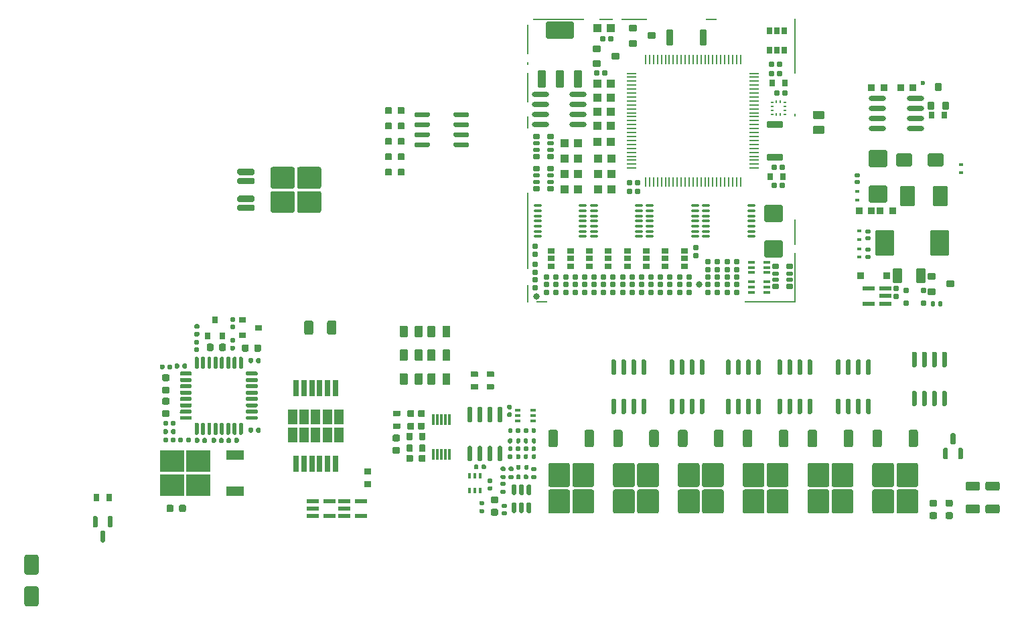
<source format=gtp>
G75*
G70*
%OFA0B0*%
%FSLAX25Y25*%
%IPPOS*%
%LPD*%
%AMOC8*
5,1,8,0,0,1.08239X$1,22.5*
%
%AMM133*
21,1,0.086610,0.073230,-0.000000,-0.000000,90.000000*
21,1,0.069290,0.090550,-0.000000,-0.000000,90.000000*
1,1,0.017320,0.036610,0.034650*
1,1,0.017320,0.036610,-0.034650*
1,1,0.017320,-0.036610,-0.034650*
1,1,0.017320,-0.036610,0.034650*
%
%AMM134*
21,1,0.094490,0.111020,-0.000000,-0.000000,180.000000*
21,1,0.075590,0.129920,-0.000000,-0.000000,180.000000*
1,1,0.018900,-0.037800,0.055510*
1,1,0.018900,0.037800,0.055510*
1,1,0.018900,0.037800,-0.055510*
1,1,0.018900,-0.037800,-0.055510*
%
%AMM135*
21,1,0.074800,0.083460,-0.000000,-0.000000,180.000000*
21,1,0.059840,0.098430,-0.000000,-0.000000,180.000000*
1,1,0.014960,-0.029920,0.041730*
1,1,0.014960,0.029920,0.041730*
1,1,0.014960,0.029920,-0.041730*
1,1,0.014960,-0.029920,-0.041730*
%
%AMM136*
21,1,0.078740,0.053540,-0.000000,-0.000000,0.000000*
21,1,0.065350,0.066930,-0.000000,-0.000000,0.000000*
1,1,0.013390,0.032680,-0.026770*
1,1,0.013390,-0.032680,-0.026770*
1,1,0.013390,-0.032680,0.026770*
1,1,0.013390,0.032680,0.026770*
%
%AMM137*
21,1,0.035430,0.030320,-0.000000,-0.000000,270.000000*
21,1,0.028350,0.037400,-0.000000,-0.000000,270.000000*
1,1,0.007090,-0.015160,-0.014170*
1,1,0.007090,-0.015160,0.014170*
1,1,0.007090,0.015160,0.014170*
1,1,0.007090,0.015160,-0.014170*
%
%AMM138*
21,1,0.021650,0.052760,-0.000000,-0.000000,90.000000*
21,1,0.017320,0.057090,-0.000000,-0.000000,90.000000*
1,1,0.004330,0.026380,0.008660*
1,1,0.004330,0.026380,-0.008660*
1,1,0.004330,-0.026380,-0.008660*
1,1,0.004330,-0.026380,0.008660*
%
%AMM139*
21,1,0.035830,0.026770,-0.000000,-0.000000,180.000000*
21,1,0.029130,0.033470,-0.000000,-0.000000,180.000000*
1,1,0.006690,-0.014570,0.013390*
1,1,0.006690,0.014570,0.013390*
1,1,0.006690,0.014570,-0.013390*
1,1,0.006690,-0.014570,-0.013390*
%
%AMM140*
21,1,0.070870,0.036220,-0.000000,-0.000000,270.000000*
21,1,0.061810,0.045280,-0.000000,-0.000000,270.000000*
1,1,0.009060,-0.018110,-0.030910*
1,1,0.009060,-0.018110,0.030910*
1,1,0.009060,0.018110,0.030910*
1,1,0.009060,0.018110,-0.030910*
%
%AMM141*
21,1,0.033470,0.026770,-0.000000,-0.000000,180.000000*
21,1,0.026770,0.033470,-0.000000,-0.000000,180.000000*
1,1,0.006690,-0.013390,0.013390*
1,1,0.006690,0.013390,0.013390*
1,1,0.006690,0.013390,-0.013390*
1,1,0.006690,-0.013390,-0.013390*
%
%AMM142*
21,1,0.015750,0.016540,-0.000000,-0.000000,90.000000*
21,1,0.012600,0.019680,-0.000000,-0.000000,90.000000*
1,1,0.003150,0.008270,0.006300*
1,1,0.003150,0.008270,-0.006300*
1,1,0.003150,-0.008270,-0.006300*
1,1,0.003150,-0.008270,0.006300*
%
%AMM143*
21,1,0.023620,0.018900,-0.000000,-0.000000,270.000000*
21,1,0.018900,0.023620,-0.000000,-0.000000,270.000000*
1,1,0.004720,-0.009450,-0.009450*
1,1,0.004720,-0.009450,0.009450*
1,1,0.004720,0.009450,0.009450*
1,1,0.004720,0.009450,-0.009450*
%
%AMM144*
21,1,0.019680,0.019680,-0.000000,-0.000000,180.000000*
21,1,0.015750,0.023620,-0.000000,-0.000000,180.000000*
1,1,0.003940,-0.007870,0.009840*
1,1,0.003940,0.007870,0.009840*
1,1,0.003940,0.007870,-0.009840*
1,1,0.003940,-0.007870,-0.009840*
%
%AMM145*
21,1,0.019680,0.019680,-0.000000,-0.000000,90.000000*
21,1,0.015750,0.023620,-0.000000,-0.000000,90.000000*
1,1,0.003940,0.009840,0.007870*
1,1,0.003940,0.009840,-0.007870*
1,1,0.003940,-0.009840,-0.007870*
1,1,0.003940,-0.009840,0.007870*
%
%AMM173*
21,1,0.035430,0.030320,-0.000000,-0.000000,0.000000*
21,1,0.028350,0.037400,-0.000000,-0.000000,0.000000*
1,1,0.007090,0.014170,-0.015160*
1,1,0.007090,-0.014170,-0.015160*
1,1,0.007090,-0.014170,0.015160*
1,1,0.007090,0.014170,0.015160*
%
%AMM174*
21,1,0.027560,0.030710,-0.000000,-0.000000,0.000000*
21,1,0.022050,0.036220,-0.000000,-0.000000,0.000000*
1,1,0.005510,0.011020,-0.015350*
1,1,0.005510,-0.011020,-0.015350*
1,1,0.005510,-0.011020,0.015350*
1,1,0.005510,0.011020,0.015350*
%
%AMM39*
21,1,0.025590,0.026380,0.000000,0.000000,270.000000*
21,1,0.020470,0.031500,0.000000,0.000000,270.000000*
1,1,0.005120,-0.013190,-0.010240*
1,1,0.005120,-0.013190,0.010240*
1,1,0.005120,0.013190,0.010240*
1,1,0.005120,0.013190,-0.010240*
%
%AMM40*
21,1,0.017720,0.027950,0.000000,0.000000,270.000000*
21,1,0.014170,0.031500,0.000000,0.000000,270.000000*
1,1,0.003540,-0.013980,-0.007090*
1,1,0.003540,-0.013980,0.007090*
1,1,0.003540,0.013980,0.007090*
1,1,0.003540,0.013980,-0.007090*
%
%AMM41*
21,1,0.012600,0.028980,0.000000,0.000000,90.000000*
21,1,0.010080,0.031500,0.000000,0.000000,90.000000*
1,1,0.002520,0.014490,0.005040*
1,1,0.002520,0.014490,-0.005040*
1,1,0.002520,-0.014490,-0.005040*
1,1,0.002520,-0.014490,0.005040*
%
%AMM42*
21,1,0.023620,0.030710,0.000000,0.000000,180.000000*
21,1,0.018900,0.035430,0.000000,0.000000,180.000000*
1,1,0.004720,-0.009450,0.015350*
1,1,0.004720,0.009450,0.015350*
1,1,0.004720,0.009450,-0.015350*
1,1,0.004720,-0.009450,-0.015350*
%
%AMM43*
21,1,0.027560,0.018900,0.000000,0.000000,90.000000*
21,1,0.022840,0.023620,0.000000,0.000000,90.000000*
1,1,0.004720,0.009450,0.011420*
1,1,0.004720,0.009450,-0.011420*
1,1,0.004720,-0.009450,-0.011420*
1,1,0.004720,-0.009450,0.011420*
%
%AMM44*
21,1,0.031500,0.072440,0.000000,0.000000,90.000000*
21,1,0.025200,0.078740,0.000000,0.000000,90.000000*
1,1,0.006300,0.036220,0.012600*
1,1,0.006300,0.036220,-0.012600*
1,1,0.006300,-0.036220,-0.012600*
1,1,0.006300,-0.036220,0.012600*
%
%AMM45*
21,1,0.027560,0.018900,0.000000,0.000000,180.000000*
21,1,0.022840,0.023620,0.000000,0.000000,180.000000*
1,1,0.004720,-0.011420,0.009450*
1,1,0.004720,0.011420,0.009450*
1,1,0.004720,0.011420,-0.009450*
1,1,0.004720,-0.011420,-0.009450*
%
%AMM46*
21,1,0.023620,0.030710,0.000000,0.000000,270.000000*
21,1,0.018900,0.035430,0.000000,0.000000,270.000000*
1,1,0.004720,-0.015350,-0.009450*
1,1,0.004720,-0.015350,0.009450*
1,1,0.004720,0.015350,0.009450*
1,1,0.004720,0.015350,-0.009450*
%
%AMM47*
21,1,0.035430,0.030320,0.000000,0.000000,270.000000*
21,1,0.028350,0.037400,0.000000,0.000000,270.000000*
1,1,0.007090,-0.015160,-0.014170*
1,1,0.007090,-0.015160,0.014170*
1,1,0.007090,0.015160,0.014170*
1,1,0.007090,0.015160,-0.014170*
%
%AMM48*
21,1,0.043310,0.075980,0.000000,0.000000,0.000000*
21,1,0.034650,0.084650,0.000000,0.000000,0.000000*
1,1,0.008660,0.017320,-0.037990*
1,1,0.008660,-0.017320,-0.037990*
1,1,0.008660,-0.017320,0.037990*
1,1,0.008660,0.017320,0.037990*
%
%AMM49*
21,1,0.039370,0.035430,0.000000,0.000000,0.000000*
21,1,0.031500,0.043310,0.000000,0.000000,0.000000*
1,1,0.007870,0.015750,-0.017720*
1,1,0.007870,-0.015750,-0.017720*
1,1,0.007870,-0.015750,0.017720*
1,1,0.007870,0.015750,0.017720*
%
%AMM50*
21,1,0.027560,0.030710,0.000000,0.000000,0.000000*
21,1,0.022050,0.036220,0.000000,0.000000,0.000000*
1,1,0.005510,0.011020,-0.015350*
1,1,0.005510,-0.011020,-0.015350*
1,1,0.005510,-0.011020,0.015350*
1,1,0.005510,0.011020,0.015350*
%
%AMM51*
21,1,0.031500,0.072440,0.000000,0.000000,0.000000*
21,1,0.025200,0.078740,0.000000,0.000000,0.000000*
1,1,0.006300,0.012600,-0.036220*
1,1,0.006300,-0.012600,-0.036220*
1,1,0.006300,-0.012600,0.036220*
1,1,0.006300,0.012600,0.036220*
%
%AMM52*
21,1,0.137800,0.067720,0.000000,0.000000,0.000000*
21,1,0.120870,0.084650,0.000000,0.000000,0.000000*
1,1,0.016930,0.060430,-0.033860*
1,1,0.016930,-0.060430,-0.033860*
1,1,0.016930,-0.060430,0.033860*
1,1,0.016930,0.060430,0.033860*
%
%AMM53*
21,1,0.043310,0.075990,0.000000,0.000000,0.000000*
21,1,0.034650,0.084650,0.000000,0.000000,0.000000*
1,1,0.008660,0.017320,-0.037990*
1,1,0.008660,-0.017320,-0.037990*
1,1,0.008660,-0.017320,0.037990*
1,1,0.008660,0.017320,0.037990*
%
%AMM54*
21,1,0.086610,0.073230,0.000000,0.000000,90.000000*
21,1,0.069290,0.090550,0.000000,0.000000,90.000000*
1,1,0.017320,0.036610,0.034650*
1,1,0.017320,0.036610,-0.034650*
1,1,0.017320,-0.036610,-0.034650*
1,1,0.017320,-0.036610,0.034650*
%
%AMM6*
21,1,0.021650,0.052760,0.000000,0.000000,270.000000*
21,1,0.017320,0.057090,0.000000,0.000000,270.000000*
1,1,0.004330,-0.026380,-0.008660*
1,1,0.004330,-0.026380,0.008660*
1,1,0.004330,0.026380,0.008660*
1,1,0.004330,0.026380,-0.008660*
%
%ADD100C,0.03150*%
%ADD138R,0.02559X0.01575*%
%ADD139R,0.01575X0.02559*%
%ADD142R,0.03543X0.03150*%
%ADD146R,0.03150X0.03543*%
%ADD164M39*%
%ADD165M40*%
%ADD166M41*%
%ADD167O,0.04724X0.00866*%
%ADD168O,0.00866X0.04724*%
%ADD169O,0.04331X0.01181*%
%ADD170M42*%
%ADD171M43*%
%ADD172R,0.01378X0.00984*%
%ADD173R,0.00984X0.01378*%
%ADD174M44*%
%ADD175M45*%
%ADD176M46*%
%ADD177M47*%
%ADD178O,0.08661X0.02362*%
%ADD179M48*%
%ADD18C,0.02362*%
%ADD180M49*%
%ADD181M50*%
%ADD182M51*%
%ADD183M52*%
%ADD184M53*%
%ADD185M54*%
%ADD28R,0.00787X0.24803*%
%ADD29R,0.00787X0.12992*%
%ADD30R,0.00787X0.01575*%
%ADD31R,0.00787X0.27559*%
%ADD315M133*%
%ADD316M134*%
%ADD317M135*%
%ADD318M136*%
%ADD319M137*%
%ADD32R,0.25197X0.00787*%
%ADD320M138*%
%ADD321M139*%
%ADD322M140*%
%ADD323M141*%
%ADD324M142*%
%ADD325M143*%
%ADD326M144*%
%ADD327M145*%
%ADD33R,0.05512X0.00787*%
%ADD34R,0.12992X0.00787*%
%ADD35R,0.06693X0.00787*%
%ADD351R,0.01181X0.05512*%
%ADD352R,0.08661X0.04724*%
%ADD356R,0.12008X0.10827*%
%ADD36R,0.00787X0.09055*%
%ADD369M173*%
%ADD37R,0.00787X0.38189*%
%ADD370M174*%
%ADD373R,0.02559X0.07874*%
%ADD375R,0.04567X0.07677*%
%ADD38R,0.00787X0.06299*%
%ADD39R,0.00787X0.14567*%
%ADD71O,0.00000X0.00000*%
%ADD91M6*%
X0000000Y0000000D02*
%LPD*%
G01*
G36*
G01*
X0253661Y0373622D02*
X0253661Y0374803D01*
G75*
G02*
X0254252Y0375394I0000591J0000000D01*
G01*
X0260748Y0375394D01*
G75*
G02*
X0261339Y0374803I0000000J-000591D01*
G01*
X0261339Y0373622D01*
G75*
G02*
X0260748Y0373031I-000591J0000000D01*
G01*
X0254252Y0373031D01*
G75*
G02*
X0253661Y0373622I0000000J0000591D01*
G01*
G37*
G36*
G01*
X0253661Y0368622D02*
X0253661Y0369803D01*
G75*
G02*
X0254252Y0370394I0000591J0000000D01*
G01*
X0260748Y0370394D01*
G75*
G02*
X0261339Y0369803I0000000J-000591D01*
G01*
X0261339Y0368622D01*
G75*
G02*
X0260748Y0368031I-000591J0000000D01*
G01*
X0254252Y0368031D01*
G75*
G02*
X0253661Y0368622I0000000J0000591D01*
G01*
G37*
G36*
G01*
X0253661Y0363622D02*
X0253661Y0364803D01*
G75*
G02*
X0254252Y0365394I0000591J0000000D01*
G01*
X0260748Y0365394D01*
G75*
G02*
X0261339Y0364803I0000000J-000591D01*
G01*
X0261339Y0363622D01*
G75*
G02*
X0260748Y0363031I-000591J0000000D01*
G01*
X0254252Y0363031D01*
G75*
G02*
X0253661Y0363622I0000000J0000591D01*
G01*
G37*
G36*
G01*
X0253661Y0358622D02*
X0253661Y0359803D01*
G75*
G02*
X0254252Y0360394I0000591J0000000D01*
G01*
X0260748Y0360394D01*
G75*
G02*
X0261339Y0359803I0000000J-000591D01*
G01*
X0261339Y0358622D01*
G75*
G02*
X0260748Y0358031I-000591J0000000D01*
G01*
X0254252Y0358031D01*
G75*
G02*
X0253661Y0358622I0000000J0000591D01*
G01*
G37*
G36*
G01*
X0234173Y0358622D02*
X0234173Y0359803D01*
G75*
G02*
X0234764Y0360394I0000591J0000000D01*
G01*
X0241260Y0360394D01*
G75*
G02*
X0241850Y0359803I0000000J-000591D01*
G01*
X0241850Y0358622D01*
G75*
G02*
X0241260Y0358031I-000591J0000000D01*
G01*
X0234764Y0358031D01*
G75*
G02*
X0234173Y0358622I0000000J0000591D01*
G01*
G37*
G36*
G01*
X0234173Y0363622D02*
X0234173Y0364803D01*
G75*
G02*
X0234764Y0365394I0000591J0000000D01*
G01*
X0241260Y0365394D01*
G75*
G02*
X0241850Y0364803I0000000J-000591D01*
G01*
X0241850Y0363622D01*
G75*
G02*
X0241260Y0363031I-000591J0000000D01*
G01*
X0234764Y0363031D01*
G75*
G02*
X0234173Y0363622I0000000J0000591D01*
G01*
G37*
G36*
G01*
X0234173Y0368622D02*
X0234173Y0369803D01*
G75*
G02*
X0234764Y0370394I0000591J0000000D01*
G01*
X0241260Y0370394D01*
G75*
G02*
X0241850Y0369803I0000000J-000591D01*
G01*
X0241850Y0368622D01*
G75*
G02*
X0241260Y0368031I-000591J0000000D01*
G01*
X0234764Y0368031D01*
G75*
G02*
X0234173Y0368622I0000000J0000591D01*
G01*
G37*
G36*
G01*
X0234173Y0373622D02*
X0234173Y0374803D01*
G75*
G02*
X0234764Y0375394I0000591J0000000D01*
G01*
X0241260Y0375394D01*
G75*
G02*
X0241850Y0374803I0000000J-000591D01*
G01*
X0241850Y0373622D01*
G75*
G02*
X0241260Y0373031I-000591J0000000D01*
G01*
X0234764Y0373031D01*
G75*
G02*
X0234173Y0373622I0000000J0000591D01*
G01*
G37*
G36*
G01*
X0219587Y0344134D02*
X0219587Y0346811D01*
G75*
G02*
X0219921Y0347146I0000335J0000000D01*
G01*
X0222598Y0347146D01*
G75*
G02*
X0222933Y0346811I0000000J-000335D01*
G01*
X0222933Y0344134D01*
G75*
G02*
X0222598Y0343800I-000335J0000000D01*
G01*
X0219921Y0343800D01*
G75*
G02*
X0219587Y0344134I0000000J0000335D01*
G01*
G37*
G36*
G01*
X0225807Y0344134D02*
X0225807Y0346811D01*
G75*
G02*
X0226142Y0347146I0000335J0000000D01*
G01*
X0228819Y0347146D01*
G75*
G02*
X0229154Y0346811I0000000J-000335D01*
G01*
X0229154Y0344134D01*
G75*
G02*
X0228819Y0343800I-000335J0000000D01*
G01*
X0226142Y0343800D01*
G75*
G02*
X0225807Y0344134I0000000J0000335D01*
G01*
G37*
G36*
G01*
X0219587Y0351811D02*
X0219587Y0354488D01*
G75*
G02*
X0219921Y0354823I0000335J0000000D01*
G01*
X0222598Y0354823D01*
G75*
G02*
X0222933Y0354488I0000000J-000335D01*
G01*
X0222933Y0351811D01*
G75*
G02*
X0222598Y0351477I-000335J0000000D01*
G01*
X0219921Y0351477D01*
G75*
G02*
X0219587Y0351811I0000000J0000335D01*
G01*
G37*
G36*
G01*
X0225807Y0351811D02*
X0225807Y0354488D01*
G75*
G02*
X0226142Y0354823I0000335J0000000D01*
G01*
X0228819Y0354823D01*
G75*
G02*
X0229154Y0354488I0000000J-000335D01*
G01*
X0229154Y0351811D01*
G75*
G02*
X0228819Y0351477I-000335J0000000D01*
G01*
X0226142Y0351477D01*
G75*
G02*
X0225807Y0351811I0000000J0000335D01*
G01*
G37*
G36*
G01*
X0219587Y0359488D02*
X0219587Y0362166D01*
G75*
G02*
X0219921Y0362500I0000335J0000000D01*
G01*
X0222598Y0362500D01*
G75*
G02*
X0222933Y0362166I0000000J-000335D01*
G01*
X0222933Y0359488D01*
G75*
G02*
X0222598Y0359154I-000335J0000000D01*
G01*
X0219921Y0359154D01*
G75*
G02*
X0219587Y0359488I0000000J0000335D01*
G01*
G37*
G36*
G01*
X0225807Y0359488D02*
X0225807Y0362166D01*
G75*
G02*
X0226142Y0362500I0000335J0000000D01*
G01*
X0228819Y0362500D01*
G75*
G02*
X0229154Y0362166I0000000J-000335D01*
G01*
X0229154Y0359488D01*
G75*
G02*
X0228819Y0359154I-000335J0000000D01*
G01*
X0226142Y0359154D01*
G75*
G02*
X0225807Y0359488I0000000J0000335D01*
G01*
G37*
G36*
G01*
X0219587Y0367165D02*
X0219587Y0369843D01*
G75*
G02*
X0219921Y0370177I0000335J0000000D01*
G01*
X0222598Y0370177D01*
G75*
G02*
X0222933Y0369843I0000000J-000335D01*
G01*
X0222933Y0367165D01*
G75*
G02*
X0222598Y0366831I-000335J0000000D01*
G01*
X0219921Y0366831D01*
G75*
G02*
X0219587Y0367165I0000000J0000335D01*
G01*
G37*
G36*
G01*
X0225807Y0367165D02*
X0225807Y0369843D01*
G75*
G02*
X0226142Y0370177I0000335J0000000D01*
G01*
X0228819Y0370177D01*
G75*
G02*
X0229154Y0369843I0000000J-000335D01*
G01*
X0229154Y0367165D01*
G75*
G02*
X0228819Y0366831I-000335J0000000D01*
G01*
X0226142Y0366831D01*
G75*
G02*
X0225807Y0367165I0000000J0000335D01*
G01*
G37*
G36*
G01*
X0219587Y0374843D02*
X0219587Y0377520D01*
G75*
G02*
X0219921Y0377854I0000335J0000000D01*
G01*
X0222598Y0377854D01*
G75*
G02*
X0222933Y0377520I0000000J-000335D01*
G01*
X0222933Y0374843D01*
G75*
G02*
X0222598Y0374508I-000335J0000000D01*
G01*
X0219921Y0374508D01*
G75*
G02*
X0219587Y0374843I0000000J0000335D01*
G01*
G37*
G36*
G01*
X0225807Y0374843D02*
X0225807Y0377520D01*
G75*
G02*
X0226142Y0377854I0000335J0000000D01*
G01*
X0228819Y0377854D01*
G75*
G02*
X0229154Y0377520I0000000J-000335D01*
G01*
X0229154Y0374843D01*
G75*
G02*
X0228819Y0374508I-000335J0000000D01*
G01*
X0226142Y0374508D01*
G75*
G02*
X0225807Y0374843I0000000J0000335D01*
G01*
G37*
G36*
G01*
X0146063Y0344902D02*
X0146063Y0346476D01*
G75*
G02*
X0146850Y0347264I0000787J0000000D01*
G01*
X0153937Y0347264D01*
G75*
G02*
X0154724Y0346476I0000000J-000787D01*
G01*
X0154724Y0344902D01*
G75*
G02*
X0153937Y0344114I-000787J0000000D01*
G01*
X0146850Y0344114D01*
G75*
G02*
X0146063Y0344902I0000000J0000787D01*
G01*
G37*
G36*
G01*
X0146063Y0340413D02*
X0146063Y0341988D01*
G75*
G02*
X0146850Y0342776I0000787J0000000D01*
G01*
X0153937Y0342776D01*
G75*
G02*
X0154724Y0341988I0000000J-000787D01*
G01*
X0154724Y0340413D01*
G75*
G02*
X0153937Y0339626I-000787J0000000D01*
G01*
X0146850Y0339626D01*
G75*
G02*
X0146063Y0340413I0000000J0000787D01*
G01*
G37*
G36*
G01*
X0162598Y0338287D02*
X0162598Y0347146D01*
G75*
G02*
X0163583Y0348130I0000984J0000000D01*
G01*
X0173622Y0348130D01*
G75*
G02*
X0174606Y0347146I0000000J-000984D01*
G01*
X0174606Y0338287D01*
G75*
G02*
X0173622Y0337303I-000984J0000000D01*
G01*
X0163583Y0337303D01*
G75*
G02*
X0162598Y0338287I0000000J0000984D01*
G01*
G37*
G36*
G01*
X0162598Y0326280D02*
X0162598Y0335138D01*
G75*
G02*
X0163583Y0336122I0000984J0000000D01*
G01*
X0173622Y0336122D01*
G75*
G02*
X0174606Y0335138I0000000J-000984D01*
G01*
X0174606Y0326280D01*
G75*
G02*
X0173622Y0325295I-000984J0000000D01*
G01*
X0163583Y0325295D01*
G75*
G02*
X0162598Y0326280I0000000J0000984D01*
G01*
G37*
G36*
G01*
X0175787Y0338287D02*
X0175787Y0347146D01*
G75*
G02*
X0176772Y0348130I0000984J0000000D01*
G01*
X0186811Y0348130D01*
G75*
G02*
X0187795Y0347146I0000000J-000984D01*
G01*
X0187795Y0338287D01*
G75*
G02*
X0186811Y0337303I-000984J0000000D01*
G01*
X0176772Y0337303D01*
G75*
G02*
X0175787Y0338287I0000000J0000984D01*
G01*
G37*
G36*
G01*
X0175787Y0326280D02*
X0175787Y0335138D01*
G75*
G02*
X0176772Y0336122I0000984J0000000D01*
G01*
X0186811Y0336122D01*
G75*
G02*
X0187795Y0335138I0000000J-000984D01*
G01*
X0187795Y0326280D01*
G75*
G02*
X0186811Y0325295I-000984J0000000D01*
G01*
X0176772Y0325295D01*
G75*
G02*
X0175787Y0326280I0000000J0000984D01*
G01*
G37*
G36*
G01*
X0146063Y0331437D02*
X0146063Y0333012D01*
G75*
G02*
X0146850Y0333799I0000787J0000000D01*
G01*
X0153937Y0333799D01*
G75*
G02*
X0154724Y0333012I0000000J-000787D01*
G01*
X0154724Y0331437D01*
G75*
G02*
X0153937Y0330650I-000787J0000000D01*
G01*
X0146850Y0330650D01*
G75*
G02*
X0146063Y0331437I0000000J0000787D01*
G01*
G37*
G36*
G01*
X0146063Y0326949D02*
X0146063Y0328524D01*
G75*
G02*
X0146850Y0329311I0000787J0000000D01*
G01*
X0153937Y0329311D01*
G75*
G02*
X0154724Y0328524I0000000J-000787D01*
G01*
X0154724Y0326949D01*
G75*
G02*
X0153937Y0326161I-000787J0000000D01*
G01*
X0146850Y0326161D01*
G75*
G02*
X0146063Y0326949I0000000J0000787D01*
G01*
G37*
G36*
G01*
X0238287Y0256791D02*
X0238287Y0251870D01*
G75*
G02*
X0237894Y0251476I-000394J0000000D01*
G01*
X0234744Y0251476D01*
G75*
G02*
X0234350Y0251870I0000000J0000394D01*
G01*
X0234350Y0256791D01*
G75*
G02*
X0234744Y0257185I0000394J0000000D01*
G01*
X0237894Y0257185D01*
G75*
G02*
X0238287Y0256791I0000000J-000394D01*
G01*
G37*
G36*
G01*
X0230807Y0256791D02*
X0230807Y0251870D01*
G75*
G02*
X0230413Y0251476I-000394J0000000D01*
G01*
X0227264Y0251476D01*
G75*
G02*
X0226870Y0251870I0000000J0000394D01*
G01*
X0226870Y0256791D01*
G75*
G02*
X0227264Y0257185I0000394J0000000D01*
G01*
X0230413Y0257185D01*
G75*
G02*
X0230807Y0256791I0000000J-000394D01*
G01*
G37*
G36*
G01*
X0238287Y0268602D02*
X0238287Y0263681D01*
G75*
G02*
X0237894Y0263287I-000394J0000000D01*
G01*
X0234744Y0263287D01*
G75*
G02*
X0234350Y0263681I0000000J0000394D01*
G01*
X0234350Y0268602D01*
G75*
G02*
X0234744Y0268996I0000394J0000000D01*
G01*
X0237894Y0268996D01*
G75*
G02*
X0238287Y0268602I0000000J-000394D01*
G01*
G37*
G36*
G01*
X0230807Y0268602D02*
X0230807Y0263681D01*
G75*
G02*
X0230413Y0263287I-000394J0000000D01*
G01*
X0227264Y0263287D01*
G75*
G02*
X0226870Y0263681I0000000J0000394D01*
G01*
X0226870Y0268602D01*
G75*
G02*
X0227264Y0268996I0000394J0000000D01*
G01*
X0230413Y0268996D01*
G75*
G02*
X0230807Y0268602I0000000J-000394D01*
G01*
G37*
G36*
G01*
X0501304Y0172736D02*
X0499286Y0172736D01*
G75*
G02*
X0498425Y0173597I0000000J0000861D01*
G01*
X0498425Y0175320D01*
G75*
G02*
X0499286Y0176181I0000861J0000000D01*
G01*
X0501304Y0176181D01*
G75*
G02*
X0502165Y0175320I0000000J-000861D01*
G01*
X0502165Y0173597D01*
G75*
G02*
X0501304Y0172736I-000861J0000000D01*
G01*
G37*
G36*
G01*
X0501304Y0178937D02*
X0499286Y0178937D01*
G75*
G02*
X0498425Y0179798I0000000J0000861D01*
G01*
X0498425Y0181521D01*
G75*
G02*
X0499286Y0182382I0000861J0000000D01*
G01*
X0501304Y0182382D01*
G75*
G02*
X0502165Y0181521I0000000J-000861D01*
G01*
X0502165Y0179798D01*
G75*
G02*
X0501304Y0178937I-000861J0000000D01*
G01*
G37*
G36*
G01*
X0483543Y0228937D02*
X0482362Y0228937D01*
G75*
G02*
X0481772Y0229528I0000000J0000591D01*
G01*
X0481772Y0236024D01*
G75*
G02*
X0482362Y0236614I0000591J0000000D01*
G01*
X0483543Y0236614D01*
G75*
G02*
X0484134Y0236024I0000000J-000591D01*
G01*
X0484134Y0229528D01*
G75*
G02*
X0483543Y0228937I-000591J0000000D01*
G01*
G37*
G36*
G01*
X0488543Y0228937D02*
X0487362Y0228937D01*
G75*
G02*
X0486772Y0229528I0000000J0000591D01*
G01*
X0486772Y0236024D01*
G75*
G02*
X0487362Y0236614I0000591J0000000D01*
G01*
X0488543Y0236614D01*
G75*
G02*
X0489134Y0236024I0000000J-000591D01*
G01*
X0489134Y0229528D01*
G75*
G02*
X0488543Y0228937I-000591J0000000D01*
G01*
G37*
G36*
G01*
X0493543Y0228937D02*
X0492362Y0228937D01*
G75*
G02*
X0491772Y0229528I0000000J0000591D01*
G01*
X0491772Y0236024D01*
G75*
G02*
X0492362Y0236614I0000591J0000000D01*
G01*
X0493543Y0236614D01*
G75*
G02*
X0494134Y0236024I0000000J-000591D01*
G01*
X0494134Y0229528D01*
G75*
G02*
X0493543Y0228937I-000591J0000000D01*
G01*
G37*
G36*
G01*
X0498543Y0228937D02*
X0497362Y0228937D01*
G75*
G02*
X0496772Y0229528I0000000J0000591D01*
G01*
X0496772Y0236024D01*
G75*
G02*
X0497362Y0236614I0000591J0000000D01*
G01*
X0498543Y0236614D01*
G75*
G02*
X0499134Y0236024I0000000J-000591D01*
G01*
X0499134Y0229528D01*
G75*
G02*
X0498543Y0228937I-000591J0000000D01*
G01*
G37*
G36*
G01*
X0498543Y0248425D02*
X0497362Y0248425D01*
G75*
G02*
X0496772Y0249016I0000000J0000591D01*
G01*
X0496772Y0255512D01*
G75*
G02*
X0497362Y0256102I0000591J0000000D01*
G01*
X0498543Y0256102D01*
G75*
G02*
X0499134Y0255512I0000000J-000591D01*
G01*
X0499134Y0249016D01*
G75*
G02*
X0498543Y0248425I-000591J0000000D01*
G01*
G37*
G36*
G01*
X0493543Y0248425D02*
X0492362Y0248425D01*
G75*
G02*
X0491772Y0249016I0000000J0000591D01*
G01*
X0491772Y0255512D01*
G75*
G02*
X0492362Y0256102I0000591J0000000D01*
G01*
X0493543Y0256102D01*
G75*
G02*
X0494134Y0255512I0000000J-000591D01*
G01*
X0494134Y0249016D01*
G75*
G02*
X0493543Y0248425I-000591J0000000D01*
G01*
G37*
G36*
G01*
X0488543Y0248425D02*
X0487362Y0248425D01*
G75*
G02*
X0486772Y0249016I0000000J0000591D01*
G01*
X0486772Y0255512D01*
G75*
G02*
X0487362Y0256102I0000591J0000000D01*
G01*
X0488543Y0256102D01*
G75*
G02*
X0489134Y0255512I0000000J-000591D01*
G01*
X0489134Y0249016D01*
G75*
G02*
X0488543Y0248425I-000591J0000000D01*
G01*
G37*
G36*
G01*
X0483543Y0248425D02*
X0482362Y0248425D01*
G75*
G02*
X0481772Y0249016I0000000J0000591D01*
G01*
X0481772Y0255512D01*
G75*
G02*
X0482362Y0256102I0000591J0000000D01*
G01*
X0483543Y0256102D01*
G75*
G02*
X0484134Y0255512I0000000J-000591D01*
G01*
X0484134Y0249016D01*
G75*
G02*
X0483543Y0248425I-000591J0000000D01*
G01*
G37*
G36*
G01*
X0252067Y0268602D02*
X0252067Y0263681D01*
G75*
G02*
X0251673Y0263287I-000394J0000000D01*
G01*
X0248524Y0263287D01*
G75*
G02*
X0248130Y0263681I0000000J0000394D01*
G01*
X0248130Y0268602D01*
G75*
G02*
X0248524Y0268996I0000394J0000000D01*
G01*
X0251673Y0268996D01*
G75*
G02*
X0252067Y0268602I0000000J-000394D01*
G01*
G37*
G36*
G01*
X0244587Y0268602D02*
X0244587Y0263681D01*
G75*
G02*
X0244193Y0263287I-000394J0000000D01*
G01*
X0241043Y0263287D01*
G75*
G02*
X0240650Y0263681I0000000J0000394D01*
G01*
X0240650Y0268602D01*
G75*
G02*
X0241043Y0268996I0000394J0000000D01*
G01*
X0244193Y0268996D01*
G75*
G02*
X0244587Y0268602I0000000J-000394D01*
G01*
G37*
G36*
G01*
X0493430Y0172736D02*
X0491412Y0172736D01*
G75*
G02*
X0490551Y0173597I0000000J0000861D01*
G01*
X0490551Y0175320D01*
G75*
G02*
X0491412Y0176181I0000861J0000000D01*
G01*
X0493430Y0176181D01*
G75*
G02*
X0494291Y0175320I0000000J-000861D01*
G01*
X0494291Y0173597D01*
G75*
G02*
X0493430Y0172736I-000861J0000000D01*
G01*
G37*
G36*
G01*
X0493430Y0178937D02*
X0491412Y0178937D01*
G75*
G02*
X0490551Y0179798I0000000J0000861D01*
G01*
X0490551Y0181521D01*
G75*
G02*
X0491412Y0182382I0000861J0000000D01*
G01*
X0493430Y0182382D01*
G75*
G02*
X0494291Y0181521I0000000J-000861D01*
G01*
X0494291Y0179798D01*
G75*
G02*
X0493430Y0178937I-000861J0000000D01*
G01*
G37*
G36*
G01*
X0459587Y0252165D02*
X0460768Y0252165D01*
G75*
G02*
X0461358Y0251575I0000000J-000591D01*
G01*
X0461358Y0245079D01*
G75*
G02*
X0460768Y0244488I-000591J0000000D01*
G01*
X0459587Y0244488D01*
G75*
G02*
X0458996Y0245079I0000000J0000591D01*
G01*
X0458996Y0251575D01*
G75*
G02*
X0459587Y0252165I0000591J0000000D01*
G01*
G37*
G36*
G01*
X0454587Y0252165D02*
X0455768Y0252165D01*
G75*
G02*
X0456358Y0251575I0000000J-000591D01*
G01*
X0456358Y0245079D01*
G75*
G02*
X0455768Y0244488I-000591J0000000D01*
G01*
X0454587Y0244488D01*
G75*
G02*
X0453996Y0245079I0000000J0000591D01*
G01*
X0453996Y0251575D01*
G75*
G02*
X0454587Y0252165I0000591J0000000D01*
G01*
G37*
G36*
G01*
X0449587Y0252165D02*
X0450768Y0252165D01*
G75*
G02*
X0451358Y0251575I0000000J-000591D01*
G01*
X0451358Y0245079D01*
G75*
G02*
X0450768Y0244488I-000591J0000000D01*
G01*
X0449587Y0244488D01*
G75*
G02*
X0448996Y0245079I0000000J0000591D01*
G01*
X0448996Y0251575D01*
G75*
G02*
X0449587Y0252165I0000591J0000000D01*
G01*
G37*
G36*
G01*
X0444587Y0252165D02*
X0445768Y0252165D01*
G75*
G02*
X0446358Y0251575I0000000J-000591D01*
G01*
X0446358Y0245079D01*
G75*
G02*
X0445768Y0244488I-000591J0000000D01*
G01*
X0444587Y0244488D01*
G75*
G02*
X0443996Y0245079I0000000J0000591D01*
G01*
X0443996Y0251575D01*
G75*
G02*
X0444587Y0252165I0000591J0000000D01*
G01*
G37*
G36*
G01*
X0444587Y0232677D02*
X0445768Y0232677D01*
G75*
G02*
X0446358Y0232087I0000000J-000591D01*
G01*
X0446358Y0225591D01*
G75*
G02*
X0445768Y0225000I-000591J0000000D01*
G01*
X0444587Y0225000D01*
G75*
G02*
X0443996Y0225591I0000000J0000591D01*
G01*
X0443996Y0232087D01*
G75*
G02*
X0444587Y0232677I0000591J0000000D01*
G01*
G37*
G36*
G01*
X0449587Y0232677D02*
X0450768Y0232677D01*
G75*
G02*
X0451358Y0232087I0000000J-000591D01*
G01*
X0451358Y0225591D01*
G75*
G02*
X0450768Y0225000I-000591J0000000D01*
G01*
X0449587Y0225000D01*
G75*
G02*
X0448996Y0225591I0000000J0000591D01*
G01*
X0448996Y0232087D01*
G75*
G02*
X0449587Y0232677I0000591J0000000D01*
G01*
G37*
G36*
G01*
X0454587Y0232677D02*
X0455768Y0232677D01*
G75*
G02*
X0456358Y0232087I0000000J-000591D01*
G01*
X0456358Y0225591D01*
G75*
G02*
X0455768Y0225000I-000591J0000000D01*
G01*
X0454587Y0225000D01*
G75*
G02*
X0453996Y0225591I0000000J0000591D01*
G01*
X0453996Y0232087D01*
G75*
G02*
X0454587Y0232677I0000591J0000000D01*
G01*
G37*
G36*
G01*
X0459587Y0232677D02*
X0460768Y0232677D01*
G75*
G02*
X0461358Y0232087I0000000J-000591D01*
G01*
X0461358Y0225591D01*
G75*
G02*
X0460768Y0225000I-000591J0000000D01*
G01*
X0459587Y0225000D01*
G75*
G02*
X0458996Y0225591I0000000J0000591D01*
G01*
X0458996Y0232087D01*
G75*
G02*
X0459587Y0232677I0000591J0000000D01*
G01*
G37*
G36*
G01*
X0273484Y0237205D02*
X0270413Y0237205D01*
G75*
G02*
X0270138Y0237480I0000000J0000276D01*
G01*
X0270138Y0239685D01*
G75*
G02*
X0270413Y0239961I0000276J0000000D01*
G01*
X0273484Y0239961D01*
G75*
G02*
X0273760Y0239685I0000000J-000276D01*
G01*
X0273760Y0237480D01*
G75*
G02*
X0273484Y0237205I-000276J0000000D01*
G01*
G37*
G36*
G01*
X0273484Y0243504D02*
X0270413Y0243504D01*
G75*
G02*
X0270138Y0243780I0000000J0000276D01*
G01*
X0270138Y0245984D01*
G75*
G02*
X0270413Y0246260I0000276J0000000D01*
G01*
X0273484Y0246260D01*
G75*
G02*
X0273760Y0245984I0000000J-000276D01*
G01*
X0273760Y0243780D01*
G75*
G02*
X0273484Y0243504I-000276J0000000D01*
G01*
G37*
G36*
G01*
X0448839Y0217224D02*
X0451595Y0217224D01*
G75*
G02*
X0452579Y0216240I0000000J-000984D01*
G01*
X0452579Y0209547D01*
G75*
G02*
X0451595Y0208563I-000984J0000000D01*
G01*
X0448839Y0208563D01*
G75*
G02*
X0447854Y0209547I0000000J0000984D01*
G01*
X0447854Y0216240D01*
G75*
G02*
X0448839Y0217224I0000984J0000000D01*
G01*
G37*
G36*
G01*
X0442815Y0200689D02*
X0451673Y0200689D01*
G75*
G02*
X0452658Y0199705I0000000J-000984D01*
G01*
X0452658Y0189665D01*
G75*
G02*
X0451673Y0188681I-000984J0000000D01*
G01*
X0442815Y0188681D01*
G75*
G02*
X0441831Y0189665I0000000J0000984D01*
G01*
X0441831Y0199705D01*
G75*
G02*
X0442815Y0200689I0000984J0000000D01*
G01*
G37*
G36*
G01*
X0430807Y0200689D02*
X0439665Y0200689D01*
G75*
G02*
X0440650Y0199705I0000000J-000984D01*
G01*
X0440650Y0189665D01*
G75*
G02*
X0439665Y0188681I-000984J0000000D01*
G01*
X0430807Y0188681D01*
G75*
G02*
X0429823Y0189665I0000000J0000984D01*
G01*
X0429823Y0199705D01*
G75*
G02*
X0430807Y0200689I0000984J0000000D01*
G01*
G37*
G36*
G01*
X0442815Y0187500D02*
X0451673Y0187500D01*
G75*
G02*
X0452658Y0186516I0000000J-000984D01*
G01*
X0452658Y0176476D01*
G75*
G02*
X0451673Y0175492I-000984J0000000D01*
G01*
X0442815Y0175492D01*
G75*
G02*
X0441831Y0176476I0000000J0000984D01*
G01*
X0441831Y0186516D01*
G75*
G02*
X0442815Y0187500I0000984J0000000D01*
G01*
G37*
G36*
G01*
X0430807Y0187500D02*
X0439665Y0187500D01*
G75*
G02*
X0440650Y0186516I0000000J-000984D01*
G01*
X0440650Y0176476D01*
G75*
G02*
X0439665Y0175492I-000984J0000000D01*
G01*
X0430807Y0175492D01*
G75*
G02*
X0429823Y0176476I0000000J0000984D01*
G01*
X0429823Y0186516D01*
G75*
G02*
X0430807Y0187500I0000984J0000000D01*
G01*
G37*
G36*
G01*
X0430886Y0217224D02*
X0433642Y0217224D01*
G75*
G02*
X0434626Y0216240I0000000J-000984D01*
G01*
X0434626Y0209547D01*
G75*
G02*
X0433642Y0208563I-000984J0000000D01*
G01*
X0430886Y0208563D01*
G75*
G02*
X0429902Y0209547I0000000J0000984D01*
G01*
X0429902Y0216240D01*
G75*
G02*
X0430886Y0217224I0000984J0000000D01*
G01*
G37*
G36*
G01*
X0182953Y0264567D02*
X0180236Y0264567D01*
G75*
G02*
X0179331Y0265472I0000000J0000906D01*
G01*
X0179331Y0270748D01*
G75*
G02*
X0180236Y0271654I0000906J0000000D01*
G01*
X0182953Y0271654D01*
G75*
G02*
X0183858Y0270748I0000000J-000906D01*
G01*
X0183858Y0265472D01*
G75*
G02*
X0182953Y0264567I-000906J0000000D01*
G01*
G37*
G36*
G01*
X0194370Y0264567D02*
X0191654Y0264567D01*
G75*
G02*
X0190748Y0265472I0000000J0000906D01*
G01*
X0190748Y0270748D01*
G75*
G02*
X0191654Y0271654I0000906J0000000D01*
G01*
X0194370Y0271654D01*
G75*
G02*
X0195276Y0270748I0000000J-000906D01*
G01*
X0195276Y0265472D01*
G75*
G02*
X0194370Y0264567I-000906J0000000D01*
G01*
G37*
G36*
G01*
X0238287Y0244980D02*
X0238287Y0240059D01*
G75*
G02*
X0237894Y0239665I-000394J0000000D01*
G01*
X0234744Y0239665D01*
G75*
G02*
X0234350Y0240059I0000000J0000394D01*
G01*
X0234350Y0244980D01*
G75*
G02*
X0234744Y0245374I0000394J0000000D01*
G01*
X0237894Y0245374D01*
G75*
G02*
X0238287Y0244980I0000000J-000394D01*
G01*
G37*
G36*
G01*
X0230807Y0244980D02*
X0230807Y0240059D01*
G75*
G02*
X0230413Y0239665I-000394J0000000D01*
G01*
X0227264Y0239665D01*
G75*
G02*
X0226870Y0240059I0000000J0000394D01*
G01*
X0226870Y0244980D01*
G75*
G02*
X0227264Y0245374I0000394J0000000D01*
G01*
X0230413Y0245374D01*
G75*
G02*
X0230807Y0244980I0000000J-000394D01*
G01*
G37*
G36*
G01*
X0352047Y0217224D02*
X0354803Y0217224D01*
G75*
G02*
X0355787Y0216240I0000000J-000984D01*
G01*
X0355787Y0209547D01*
G75*
G02*
X0354803Y0208563I-000984J0000000D01*
G01*
X0352047Y0208563D01*
G75*
G02*
X0351063Y0209547I0000000J0000984D01*
G01*
X0351063Y0216240D01*
G75*
G02*
X0352047Y0217224I0000984J0000000D01*
G01*
G37*
G36*
G01*
X0346024Y0200689D02*
X0354882Y0200689D01*
G75*
G02*
X0355866Y0199705I0000000J-000984D01*
G01*
X0355866Y0189665D01*
G75*
G02*
X0354882Y0188681I-000984J0000000D01*
G01*
X0346024Y0188681D01*
G75*
G02*
X0345039Y0189665I0000000J0000984D01*
G01*
X0345039Y0199705D01*
G75*
G02*
X0346024Y0200689I0000984J0000000D01*
G01*
G37*
G36*
G01*
X0334016Y0200689D02*
X0342874Y0200689D01*
G75*
G02*
X0343858Y0199705I0000000J-000984D01*
G01*
X0343858Y0189665D01*
G75*
G02*
X0342874Y0188681I-000984J0000000D01*
G01*
X0334016Y0188681D01*
G75*
G02*
X0333032Y0189665I0000000J0000984D01*
G01*
X0333032Y0199705D01*
G75*
G02*
X0334016Y0200689I0000984J0000000D01*
G01*
G37*
G36*
G01*
X0346024Y0187500D02*
X0354882Y0187500D01*
G75*
G02*
X0355866Y0186516I0000000J-000984D01*
G01*
X0355866Y0176476D01*
G75*
G02*
X0354882Y0175492I-000984J0000000D01*
G01*
X0346024Y0175492D01*
G75*
G02*
X0345039Y0176476I0000000J0000984D01*
G01*
X0345039Y0186516D01*
G75*
G02*
X0346024Y0187500I0000984J0000000D01*
G01*
G37*
G36*
G01*
X0334016Y0187500D02*
X0342874Y0187500D01*
G75*
G02*
X0343858Y0186516I0000000J-000984D01*
G01*
X0343858Y0176476D01*
G75*
G02*
X0342874Y0175492I-000984J0000000D01*
G01*
X0334016Y0175492D01*
G75*
G02*
X0333032Y0176476I0000000J0000984D01*
G01*
X0333032Y0186516D01*
G75*
G02*
X0334016Y0187500I0000984J0000000D01*
G01*
G37*
G36*
G01*
X0334095Y0217224D02*
X0336850Y0217224D01*
G75*
G02*
X0337835Y0216240I0000000J-000984D01*
G01*
X0337835Y0209547D01*
G75*
G02*
X0336850Y0208563I-000984J0000000D01*
G01*
X0334095Y0208563D01*
G75*
G02*
X0333110Y0209547I0000000J0000984D01*
G01*
X0333110Y0216240D01*
G75*
G02*
X0334095Y0217224I0000984J0000000D01*
G01*
G37*
G36*
G01*
X0384311Y0217224D02*
X0387067Y0217224D01*
G75*
G02*
X0388051Y0216240I0000000J-000984D01*
G01*
X0388051Y0209547D01*
G75*
G02*
X0387067Y0208563I-000984J0000000D01*
G01*
X0384311Y0208563D01*
G75*
G02*
X0383327Y0209547I0000000J0000984D01*
G01*
X0383327Y0216240D01*
G75*
G02*
X0384311Y0217224I0000984J0000000D01*
G01*
G37*
G36*
G01*
X0378287Y0200689D02*
X0387146Y0200689D01*
G75*
G02*
X0388130Y0199705I0000000J-000984D01*
G01*
X0388130Y0189665D01*
G75*
G02*
X0387146Y0188681I-000984J0000000D01*
G01*
X0378287Y0188681D01*
G75*
G02*
X0377303Y0189665I0000000J0000984D01*
G01*
X0377303Y0199705D01*
G75*
G02*
X0378287Y0200689I0000984J0000000D01*
G01*
G37*
G36*
G01*
X0366280Y0200689D02*
X0375138Y0200689D01*
G75*
G02*
X0376122Y0199705I0000000J-000984D01*
G01*
X0376122Y0189665D01*
G75*
G02*
X0375138Y0188681I-000984J0000000D01*
G01*
X0366280Y0188681D01*
G75*
G02*
X0365295Y0189665I0000000J0000984D01*
G01*
X0365295Y0199705D01*
G75*
G02*
X0366280Y0200689I0000984J0000000D01*
G01*
G37*
G36*
G01*
X0378287Y0187500D02*
X0387146Y0187500D01*
G75*
G02*
X0388130Y0186516I0000000J-000984D01*
G01*
X0388130Y0176476D01*
G75*
G02*
X0387146Y0175492I-000984J0000000D01*
G01*
X0378287Y0175492D01*
G75*
G02*
X0377303Y0176476I0000000J0000984D01*
G01*
X0377303Y0186516D01*
G75*
G02*
X0378287Y0187500I0000984J0000000D01*
G01*
G37*
G36*
G01*
X0366280Y0187500D02*
X0375138Y0187500D01*
G75*
G02*
X0376122Y0186516I0000000J-000984D01*
G01*
X0376122Y0176476D01*
G75*
G02*
X0375138Y0175492I-000984J0000000D01*
G01*
X0366280Y0175492D01*
G75*
G02*
X0365295Y0176476I0000000J0000984D01*
G01*
X0365295Y0186516D01*
G75*
G02*
X0366280Y0187500I0000984J0000000D01*
G01*
G37*
G36*
G01*
X0366358Y0217224D02*
X0369114Y0217224D01*
G75*
G02*
X0370098Y0216240I0000000J-000984D01*
G01*
X0370098Y0209547D01*
G75*
G02*
X0369114Y0208563I-000984J0000000D01*
G01*
X0366358Y0208563D01*
G75*
G02*
X0365374Y0209547I0000000J0000984D01*
G01*
X0365374Y0216240D01*
G75*
G02*
X0366358Y0217224I0000984J0000000D01*
G01*
G37*
G36*
G01*
X0347756Y0252165D02*
X0348937Y0252165D01*
G75*
G02*
X0349528Y0251575I0000000J-000591D01*
G01*
X0349528Y0245079D01*
G75*
G02*
X0348937Y0244488I-000591J0000000D01*
G01*
X0347756Y0244488D01*
G75*
G02*
X0347165Y0245079I0000000J0000591D01*
G01*
X0347165Y0251575D01*
G75*
G02*
X0347756Y0252165I0000591J0000000D01*
G01*
G37*
G36*
G01*
X0342756Y0252165D02*
X0343937Y0252165D01*
G75*
G02*
X0344528Y0251575I0000000J-000591D01*
G01*
X0344528Y0245079D01*
G75*
G02*
X0343937Y0244488I-000591J0000000D01*
G01*
X0342756Y0244488D01*
G75*
G02*
X0342165Y0245079I0000000J0000591D01*
G01*
X0342165Y0251575D01*
G75*
G02*
X0342756Y0252165I0000591J0000000D01*
G01*
G37*
G36*
G01*
X0337756Y0252165D02*
X0338937Y0252165D01*
G75*
G02*
X0339528Y0251575I0000000J-000591D01*
G01*
X0339528Y0245079D01*
G75*
G02*
X0338937Y0244488I-000591J0000000D01*
G01*
X0337756Y0244488D01*
G75*
G02*
X0337165Y0245079I0000000J0000591D01*
G01*
X0337165Y0251575D01*
G75*
G02*
X0337756Y0252165I0000591J0000000D01*
G01*
G37*
G36*
G01*
X0332756Y0252165D02*
X0333937Y0252165D01*
G75*
G02*
X0334528Y0251575I0000000J-000591D01*
G01*
X0334528Y0245079D01*
G75*
G02*
X0333937Y0244488I-000591J0000000D01*
G01*
X0332756Y0244488D01*
G75*
G02*
X0332165Y0245079I0000000J0000591D01*
G01*
X0332165Y0251575D01*
G75*
G02*
X0332756Y0252165I0000591J0000000D01*
G01*
G37*
G36*
G01*
X0332756Y0232677D02*
X0333937Y0232677D01*
G75*
G02*
X0334528Y0232087I0000000J-000591D01*
G01*
X0334528Y0225591D01*
G75*
G02*
X0333937Y0225000I-000591J0000000D01*
G01*
X0332756Y0225000D01*
G75*
G02*
X0332165Y0225591I0000000J0000591D01*
G01*
X0332165Y0232087D01*
G75*
G02*
X0332756Y0232677I0000591J0000000D01*
G01*
G37*
G36*
G01*
X0337756Y0232677D02*
X0338937Y0232677D01*
G75*
G02*
X0339528Y0232087I0000000J-000591D01*
G01*
X0339528Y0225591D01*
G75*
G02*
X0338937Y0225000I-000591J0000000D01*
G01*
X0337756Y0225000D01*
G75*
G02*
X0337165Y0225591I0000000J0000591D01*
G01*
X0337165Y0232087D01*
G75*
G02*
X0337756Y0232677I0000591J0000000D01*
G01*
G37*
G36*
G01*
X0342756Y0232677D02*
X0343937Y0232677D01*
G75*
G02*
X0344528Y0232087I0000000J-000591D01*
G01*
X0344528Y0225591D01*
G75*
G02*
X0343937Y0225000I-000591J0000000D01*
G01*
X0342756Y0225000D01*
G75*
G02*
X0342165Y0225591I0000000J0000591D01*
G01*
X0342165Y0232087D01*
G75*
G02*
X0342756Y0232677I0000591J0000000D01*
G01*
G37*
G36*
G01*
X0347756Y0232677D02*
X0348937Y0232677D01*
G75*
G02*
X0349528Y0232087I0000000J-000591D01*
G01*
X0349528Y0225591D01*
G75*
G02*
X0348937Y0225000I-000591J0000000D01*
G01*
X0347756Y0225000D01*
G75*
G02*
X0347165Y0225591I0000000J0000591D01*
G01*
X0347165Y0232087D01*
G75*
G02*
X0347756Y0232677I0000591J0000000D01*
G01*
G37*
G36*
G01*
X0481102Y0217224D02*
X0483858Y0217224D01*
G75*
G02*
X0484843Y0216240I0000000J-000984D01*
G01*
X0484843Y0209547D01*
G75*
G02*
X0483858Y0208563I-000984J0000000D01*
G01*
X0481102Y0208563D01*
G75*
G02*
X0480118Y0209547I0000000J0000984D01*
G01*
X0480118Y0216240D01*
G75*
G02*
X0481102Y0217224I0000984J0000000D01*
G01*
G37*
G36*
G01*
X0475079Y0200689D02*
X0483937Y0200689D01*
G75*
G02*
X0484921Y0199705I0000000J-000984D01*
G01*
X0484921Y0189665D01*
G75*
G02*
X0483937Y0188681I-000984J0000000D01*
G01*
X0475079Y0188681D01*
G75*
G02*
X0474095Y0189665I0000000J0000984D01*
G01*
X0474095Y0199705D01*
G75*
G02*
X0475079Y0200689I0000984J0000000D01*
G01*
G37*
G36*
G01*
X0463071Y0200689D02*
X0471929Y0200689D01*
G75*
G02*
X0472913Y0199705I0000000J-000984D01*
G01*
X0472913Y0189665D01*
G75*
G02*
X0471929Y0188681I-000984J0000000D01*
G01*
X0463071Y0188681D01*
G75*
G02*
X0462087Y0189665I0000000J0000984D01*
G01*
X0462087Y0199705D01*
G75*
G02*
X0463071Y0200689I0000984J0000000D01*
G01*
G37*
G36*
G01*
X0475079Y0187500D02*
X0483937Y0187500D01*
G75*
G02*
X0484921Y0186516I0000000J-000984D01*
G01*
X0484921Y0176476D01*
G75*
G02*
X0483937Y0175492I-000984J0000000D01*
G01*
X0475079Y0175492D01*
G75*
G02*
X0474095Y0176476I0000000J0000984D01*
G01*
X0474095Y0186516D01*
G75*
G02*
X0475079Y0187500I0000984J0000000D01*
G01*
G37*
G36*
G01*
X0463071Y0187500D02*
X0471929Y0187500D01*
G75*
G02*
X0472913Y0186516I0000000J-000984D01*
G01*
X0472913Y0176476D01*
G75*
G02*
X0471929Y0175492I-000984J0000000D01*
G01*
X0463071Y0175492D01*
G75*
G02*
X0462087Y0176476I0000000J0000984D01*
G01*
X0462087Y0186516D01*
G75*
G02*
X0463071Y0187500I0000984J0000000D01*
G01*
G37*
G36*
G01*
X0463150Y0217224D02*
X0465906Y0217224D01*
G75*
G02*
X0466890Y0216240I0000000J-000984D01*
G01*
X0466890Y0209547D01*
G75*
G02*
X0465906Y0208563I-000984J0000000D01*
G01*
X0463150Y0208563D01*
G75*
G02*
X0462165Y0209547I0000000J0000984D01*
G01*
X0462165Y0216240D01*
G75*
G02*
X0463150Y0217224I0000984J0000000D01*
G01*
G37*
G36*
G01*
X0525492Y0179114D02*
X0525492Y0176398D01*
G75*
G02*
X0524587Y0175492I-000906J0000000D01*
G01*
X0519311Y0175492D01*
G75*
G02*
X0518406Y0176398I0000000J0000906D01*
G01*
X0518406Y0179114D01*
G75*
G02*
X0519311Y0180020I0000906J0000000D01*
G01*
X0524587Y0180020D01*
G75*
G02*
X0525492Y0179114I0000000J-000906D01*
G01*
G37*
G36*
G01*
X0525492Y0190532D02*
X0525492Y0187815D01*
G75*
G02*
X0524587Y0186910I-000906J0000000D01*
G01*
X0519311Y0186910D01*
G75*
G02*
X0518406Y0187815I0000000J0000906D01*
G01*
X0518406Y0190532D01*
G75*
G02*
X0519311Y0191437I0000906J0000000D01*
G01*
X0524587Y0191437D01*
G75*
G02*
X0525492Y0190532I0000000J-000906D01*
G01*
G37*
G36*
G01*
X0430433Y0252165D02*
X0431614Y0252165D01*
G75*
G02*
X0432205Y0251575I0000000J-000591D01*
G01*
X0432205Y0245079D01*
G75*
G02*
X0431614Y0244488I-000591J0000000D01*
G01*
X0430433Y0244488D01*
G75*
G02*
X0429843Y0245079I0000000J0000591D01*
G01*
X0429843Y0251575D01*
G75*
G02*
X0430433Y0252165I0000591J0000000D01*
G01*
G37*
G36*
G01*
X0425433Y0252165D02*
X0426614Y0252165D01*
G75*
G02*
X0427205Y0251575I0000000J-000591D01*
G01*
X0427205Y0245079D01*
G75*
G02*
X0426614Y0244488I-000591J0000000D01*
G01*
X0425433Y0244488D01*
G75*
G02*
X0424843Y0245079I0000000J0000591D01*
G01*
X0424843Y0251575D01*
G75*
G02*
X0425433Y0252165I0000591J0000000D01*
G01*
G37*
G36*
G01*
X0420433Y0252165D02*
X0421614Y0252165D01*
G75*
G02*
X0422205Y0251575I0000000J-000591D01*
G01*
X0422205Y0245079D01*
G75*
G02*
X0421614Y0244488I-000591J0000000D01*
G01*
X0420433Y0244488D01*
G75*
G02*
X0419843Y0245079I0000000J0000591D01*
G01*
X0419843Y0251575D01*
G75*
G02*
X0420433Y0252165I0000591J0000000D01*
G01*
G37*
G36*
G01*
X0415433Y0252165D02*
X0416614Y0252165D01*
G75*
G02*
X0417205Y0251575I0000000J-000591D01*
G01*
X0417205Y0245079D01*
G75*
G02*
X0416614Y0244488I-000591J0000000D01*
G01*
X0415433Y0244488D01*
G75*
G02*
X0414843Y0245079I0000000J0000591D01*
G01*
X0414843Y0251575D01*
G75*
G02*
X0415433Y0252165I0000591J0000000D01*
G01*
G37*
G36*
G01*
X0415433Y0232677D02*
X0416614Y0232677D01*
G75*
G02*
X0417205Y0232087I0000000J-000591D01*
G01*
X0417205Y0225591D01*
G75*
G02*
X0416614Y0225000I-000591J0000000D01*
G01*
X0415433Y0225000D01*
G75*
G02*
X0414843Y0225591I0000000J0000591D01*
G01*
X0414843Y0232087D01*
G75*
G02*
X0415433Y0232677I0000591J0000000D01*
G01*
G37*
G36*
G01*
X0420433Y0232677D02*
X0421614Y0232677D01*
G75*
G02*
X0422205Y0232087I0000000J-000591D01*
G01*
X0422205Y0225591D01*
G75*
G02*
X0421614Y0225000I-000591J0000000D01*
G01*
X0420433Y0225000D01*
G75*
G02*
X0419843Y0225591I0000000J0000591D01*
G01*
X0419843Y0232087D01*
G75*
G02*
X0420433Y0232677I0000591J0000000D01*
G01*
G37*
G36*
G01*
X0425433Y0232677D02*
X0426614Y0232677D01*
G75*
G02*
X0427205Y0232087I0000000J-000591D01*
G01*
X0427205Y0225591D01*
G75*
G02*
X0426614Y0225000I-000591J0000000D01*
G01*
X0425433Y0225000D01*
G75*
G02*
X0424843Y0225591I0000000J0000591D01*
G01*
X0424843Y0232087D01*
G75*
G02*
X0425433Y0232677I0000591J0000000D01*
G01*
G37*
G36*
G01*
X0430433Y0232677D02*
X0431614Y0232677D01*
G75*
G02*
X0432205Y0232087I0000000J-000591D01*
G01*
X0432205Y0225591D01*
G75*
G02*
X0431614Y0225000I-000591J0000000D01*
G01*
X0430433Y0225000D01*
G75*
G02*
X0429843Y0225591I0000000J0000591D01*
G01*
X0429843Y0232087D01*
G75*
G02*
X0430433Y0232677I0000591J0000000D01*
G01*
G37*
G36*
G01*
X0515650Y0179114D02*
X0515650Y0176398D01*
G75*
G02*
X0514744Y0175492I-000906J0000000D01*
G01*
X0509469Y0175492D01*
G75*
G02*
X0508563Y0176398I0000000J0000906D01*
G01*
X0508563Y0179114D01*
G75*
G02*
X0509469Y0180020I0000906J0000000D01*
G01*
X0514744Y0180020D01*
G75*
G02*
X0515650Y0179114I0000000J-000906D01*
G01*
G37*
G36*
G01*
X0515650Y0190532D02*
X0515650Y0187815D01*
G75*
G02*
X0514744Y0186910I-000906J0000000D01*
G01*
X0509469Y0186910D01*
G75*
G02*
X0508563Y0187815I0000000J0000906D01*
G01*
X0508563Y0190532D01*
G75*
G02*
X0509469Y0191437I0000906J0000000D01*
G01*
X0514744Y0191437D01*
G75*
G02*
X0515650Y0190532I0000000J-000906D01*
G01*
G37*
G36*
G01*
X0319783Y0217224D02*
X0322539Y0217224D01*
G75*
G02*
X0323524Y0216240I0000000J-000984D01*
G01*
X0323524Y0209547D01*
G75*
G02*
X0322539Y0208563I-000984J0000000D01*
G01*
X0319783Y0208563D01*
G75*
G02*
X0318799Y0209547I0000000J0000984D01*
G01*
X0318799Y0216240D01*
G75*
G02*
X0319783Y0217224I0000984J0000000D01*
G01*
G37*
G36*
G01*
X0313760Y0200689D02*
X0322618Y0200689D01*
G75*
G02*
X0323602Y0199705I0000000J-000984D01*
G01*
X0323602Y0189665D01*
G75*
G02*
X0322618Y0188681I-000984J0000000D01*
G01*
X0313760Y0188681D01*
G75*
G02*
X0312776Y0189665I0000000J0000984D01*
G01*
X0312776Y0199705D01*
G75*
G02*
X0313760Y0200689I0000984J0000000D01*
G01*
G37*
G36*
G01*
X0301752Y0200689D02*
X0310610Y0200689D01*
G75*
G02*
X0311595Y0199705I0000000J-000984D01*
G01*
X0311595Y0189665D01*
G75*
G02*
X0310610Y0188681I-000984J0000000D01*
G01*
X0301752Y0188681D01*
G75*
G02*
X0300768Y0189665I0000000J0000984D01*
G01*
X0300768Y0199705D01*
G75*
G02*
X0301752Y0200689I0000984J0000000D01*
G01*
G37*
G36*
G01*
X0313760Y0187500D02*
X0322618Y0187500D01*
G75*
G02*
X0323602Y0186516I0000000J-000984D01*
G01*
X0323602Y0176476D01*
G75*
G02*
X0322618Y0175492I-000984J0000000D01*
G01*
X0313760Y0175492D01*
G75*
G02*
X0312776Y0176476I0000000J0000984D01*
G01*
X0312776Y0186516D01*
G75*
G02*
X0313760Y0187500I0000984J0000000D01*
G01*
G37*
G36*
G01*
X0301752Y0187500D02*
X0310610Y0187500D01*
G75*
G02*
X0311595Y0186516I0000000J-000984D01*
G01*
X0311595Y0176476D01*
G75*
G02*
X0310610Y0175492I-000984J0000000D01*
G01*
X0301752Y0175492D01*
G75*
G02*
X0300768Y0176476I0000000J0000984D01*
G01*
X0300768Y0186516D01*
G75*
G02*
X0301752Y0187500I0000984J0000000D01*
G01*
G37*
G36*
G01*
X0301831Y0217224D02*
X0304587Y0217224D01*
G75*
G02*
X0305571Y0216240I0000000J-000984D01*
G01*
X0305571Y0209547D01*
G75*
G02*
X0304587Y0208563I-000984J0000000D01*
G01*
X0301831Y0208563D01*
G75*
G02*
X0300846Y0209547I0000000J0000984D01*
G01*
X0300846Y0216240D01*
G75*
G02*
X0301831Y0217224I0000984J0000000D01*
G01*
G37*
D71*
X0477411Y0390722D03*
G36*
G01*
X0041043Y0154921D02*
X0046161Y0154921D01*
G75*
G02*
X0047146Y0153937I0000000J-000984D01*
G01*
X0047146Y0146063D01*
G75*
G02*
X0046161Y0145079I-000984J0000000D01*
G01*
X0041043Y0145079D01*
G75*
G02*
X0040059Y0146063I0000000J0000984D01*
G01*
X0040059Y0153937D01*
G75*
G02*
X0041043Y0154921I0000984J0000000D01*
G01*
G37*
G36*
G01*
X0041043Y0139173D02*
X0046161Y0139173D01*
G75*
G02*
X0047146Y0138189I0000000J-000984D01*
G01*
X0047146Y0130315D01*
G75*
G02*
X0046161Y0129331I-000984J0000000D01*
G01*
X0041043Y0129331D01*
G75*
G02*
X0040059Y0130315I0000000J0000984D01*
G01*
X0040059Y0138189D01*
G75*
G02*
X0041043Y0139173I0000984J0000000D01*
G01*
G37*
G36*
G01*
X0083563Y0185000D02*
X0083563Y0181929D01*
G75*
G02*
X0083287Y0181654I-000276J0000000D01*
G01*
X0081083Y0181654D01*
G75*
G02*
X0080807Y0181929I0000000J0000276D01*
G01*
X0080807Y0185000D01*
G75*
G02*
X0081083Y0185276I0000276J0000000D01*
G01*
X0083287Y0185276D01*
G75*
G02*
X0083563Y0185000I0000000J-000276D01*
G01*
G37*
G36*
G01*
X0077264Y0185000D02*
X0077264Y0181929D01*
G75*
G02*
X0076988Y0181654I-000276J0000000D01*
G01*
X0074783Y0181654D01*
G75*
G02*
X0074508Y0181929I0000000J0000276D01*
G01*
X0074508Y0185000D01*
G75*
G02*
X0074783Y0185276I0000276J0000000D01*
G01*
X0076988Y0185276D01*
G75*
G02*
X0077264Y0185000I0000000J-000276D01*
G01*
G37*
G36*
G01*
X0252067Y0256791D02*
X0252067Y0251870D01*
G75*
G02*
X0251673Y0251476I-000394J0000000D01*
G01*
X0248524Y0251476D01*
G75*
G02*
X0248130Y0251870I0000000J0000394D01*
G01*
X0248130Y0256791D01*
G75*
G02*
X0248524Y0257185I0000394J0000000D01*
G01*
X0251673Y0257185D01*
G75*
G02*
X0252067Y0256791I0000000J-000394D01*
G01*
G37*
G36*
G01*
X0244587Y0256791D02*
X0244587Y0251870D01*
G75*
G02*
X0244193Y0251476I-000394J0000000D01*
G01*
X0241043Y0251476D01*
G75*
G02*
X0240650Y0251870I0000000J0000394D01*
G01*
X0240650Y0256791D01*
G75*
G02*
X0241043Y0257185I0000394J0000000D01*
G01*
X0244193Y0257185D01*
G75*
G02*
X0244587Y0256791I0000000J-000394D01*
G01*
G37*
G36*
G01*
X0265610Y0237205D02*
X0262539Y0237205D01*
G75*
G02*
X0262264Y0237480I0000000J0000276D01*
G01*
X0262264Y0239685D01*
G75*
G02*
X0262539Y0239961I0000276J0000000D01*
G01*
X0265610Y0239961D01*
G75*
G02*
X0265886Y0239685I0000000J-000276D01*
G01*
X0265886Y0237480D01*
G75*
G02*
X0265610Y0237205I-000276J0000000D01*
G01*
G37*
G36*
G01*
X0265610Y0243504D02*
X0262539Y0243504D01*
G75*
G02*
X0262264Y0243780I0000000J0000276D01*
G01*
X0262264Y0245984D01*
G75*
G02*
X0262539Y0246260I0000276J0000000D01*
G01*
X0265610Y0246260D01*
G75*
G02*
X0265886Y0245984I0000000J-000276D01*
G01*
X0265886Y0243780D01*
G75*
G02*
X0265610Y0243504I-000276J0000000D01*
G01*
G37*
G36*
G01*
X0416575Y0217224D02*
X0419331Y0217224D01*
G75*
G02*
X0420315Y0216240I0000000J-000984D01*
G01*
X0420315Y0209547D01*
G75*
G02*
X0419331Y0208563I-000984J0000000D01*
G01*
X0416575Y0208563D01*
G75*
G02*
X0415591Y0209547I0000000J0000984D01*
G01*
X0415591Y0216240D01*
G75*
G02*
X0416575Y0217224I0000984J0000000D01*
G01*
G37*
G36*
G01*
X0410551Y0200689D02*
X0419409Y0200689D01*
G75*
G02*
X0420394Y0199705I0000000J-000984D01*
G01*
X0420394Y0189665D01*
G75*
G02*
X0419409Y0188681I-000984J0000000D01*
G01*
X0410551Y0188681D01*
G75*
G02*
X0409567Y0189665I0000000J0000984D01*
G01*
X0409567Y0199705D01*
G75*
G02*
X0410551Y0200689I0000984J0000000D01*
G01*
G37*
G36*
G01*
X0398543Y0200689D02*
X0407402Y0200689D01*
G75*
G02*
X0408386Y0199705I0000000J-000984D01*
G01*
X0408386Y0189665D01*
G75*
G02*
X0407402Y0188681I-000984J0000000D01*
G01*
X0398543Y0188681D01*
G75*
G02*
X0397559Y0189665I0000000J0000984D01*
G01*
X0397559Y0199705D01*
G75*
G02*
X0398543Y0200689I0000984J0000000D01*
G01*
G37*
G36*
G01*
X0410551Y0187500D02*
X0419409Y0187500D01*
G75*
G02*
X0420394Y0186516I0000000J-000984D01*
G01*
X0420394Y0176476D01*
G75*
G02*
X0419409Y0175492I-000984J0000000D01*
G01*
X0410551Y0175492D01*
G75*
G02*
X0409567Y0176476I0000000J0000984D01*
G01*
X0409567Y0186516D01*
G75*
G02*
X0410551Y0187500I0000984J0000000D01*
G01*
G37*
G36*
G01*
X0398543Y0187500D02*
X0407402Y0187500D01*
G75*
G02*
X0408386Y0186516I0000000J-000984D01*
G01*
X0408386Y0176476D01*
G75*
G02*
X0407402Y0175492I-000984J0000000D01*
G01*
X0398543Y0175492D01*
G75*
G02*
X0397559Y0176476I0000000J0000984D01*
G01*
X0397559Y0186516D01*
G75*
G02*
X0398543Y0187500I0000984J0000000D01*
G01*
G37*
G36*
G01*
X0398622Y0217224D02*
X0401378Y0217224D01*
G75*
G02*
X0402362Y0216240I0000000J-000984D01*
G01*
X0402362Y0209547D01*
G75*
G02*
X0401378Y0208563I-000984J0000000D01*
G01*
X0398622Y0208563D01*
G75*
G02*
X0397638Y0209547I0000000J0000984D01*
G01*
X0397638Y0216240D01*
G75*
G02*
X0398622Y0217224I0000984J0000000D01*
G01*
G37*
G36*
G01*
X0252067Y0244980D02*
X0252067Y0240059D01*
G75*
G02*
X0251673Y0239665I-000394J0000000D01*
G01*
X0248524Y0239665D01*
G75*
G02*
X0248130Y0240059I0000000J0000394D01*
G01*
X0248130Y0244980D01*
G75*
G02*
X0248524Y0245374I0000394J0000000D01*
G01*
X0251673Y0245374D01*
G75*
G02*
X0252067Y0244980I0000000J-000394D01*
G01*
G37*
G36*
G01*
X0244587Y0244980D02*
X0244587Y0240059D01*
G75*
G02*
X0244193Y0239665I-000394J0000000D01*
G01*
X0241043Y0239665D01*
G75*
G02*
X0240650Y0240059I0000000J0000394D01*
G01*
X0240650Y0244980D01*
G75*
G02*
X0241043Y0245374I0000394J0000000D01*
G01*
X0244193Y0245374D01*
G75*
G02*
X0244587Y0244980I0000000J-000394D01*
G01*
G37*
G36*
G01*
X0209390Y0197835D02*
X0212461Y0197835D01*
G75*
G02*
X0212736Y0197559I0000000J-000276D01*
G01*
X0212736Y0195354D01*
G75*
G02*
X0212461Y0195079I-000276J0000000D01*
G01*
X0209390Y0195079D01*
G75*
G02*
X0209114Y0195354I0000000J0000276D01*
G01*
X0209114Y0197559D01*
G75*
G02*
X0209390Y0197835I0000276J0000000D01*
G01*
G37*
G36*
G01*
X0209390Y0191535D02*
X0212461Y0191535D01*
G75*
G02*
X0212736Y0191260I0000000J-000276D01*
G01*
X0212736Y0189055D01*
G75*
G02*
X0212461Y0188780I-000276J0000000D01*
G01*
X0209390Y0188780D01*
G75*
G02*
X0209114Y0189055I0000000J0000276D01*
G01*
X0209114Y0191260D01*
G75*
G02*
X0209390Y0191535I0000276J0000000D01*
G01*
G37*
G36*
G01*
X0437795Y0364567D02*
X0432874Y0364567D01*
G75*
G02*
X0432480Y0364961I0000000J0000394D01*
G01*
X0432480Y0368110D01*
G75*
G02*
X0432874Y0368504I0000394J0000000D01*
G01*
X0437795Y0368504D01*
G75*
G02*
X0438189Y0368110I0000000J-000394D01*
G01*
X0438189Y0364961D01*
G75*
G02*
X0437795Y0364567I-000394J0000000D01*
G01*
G37*
G36*
G01*
X0437795Y0372047D02*
X0432874Y0372047D01*
G75*
G02*
X0432480Y0372441I0000000J0000394D01*
G01*
X0432480Y0375591D01*
G75*
G02*
X0432874Y0375984I0000394J0000000D01*
G01*
X0437795Y0375984D01*
G75*
G02*
X0438189Y0375591I0000000J-000394D01*
G01*
X0438189Y0372441D01*
G75*
G02*
X0437795Y0372047I-000394J0000000D01*
G01*
G37*
G36*
G01*
X0499114Y0202461D02*
X0497933Y0202461D01*
G75*
G02*
X0497343Y0203051I0000000J0000591D01*
G01*
X0497343Y0207677D01*
G75*
G02*
X0497933Y0208268I0000591J0000000D01*
G01*
X0499114Y0208268D01*
G75*
G02*
X0499705Y0207677I0000000J-000591D01*
G01*
X0499705Y0203051D01*
G75*
G02*
X0499114Y0202461I-000591J0000000D01*
G01*
G37*
G36*
G01*
X0506595Y0202461D02*
X0505413Y0202461D01*
G75*
G02*
X0504823Y0203051I0000000J0000591D01*
G01*
X0504823Y0207677D01*
G75*
G02*
X0505413Y0208268I0000591J0000000D01*
G01*
X0506595Y0208268D01*
G75*
G02*
X0507185Y0207677I0000000J-000591D01*
G01*
X0507185Y0203051D01*
G75*
G02*
X0506595Y0202461I-000591J0000000D01*
G01*
G37*
G36*
G01*
X0502854Y0209843D02*
X0501673Y0209843D01*
G75*
G02*
X0501083Y0210433I0000000J0000591D01*
G01*
X0501083Y0215059D01*
G75*
G02*
X0501673Y0215650I0000591J0000000D01*
G01*
X0502854Y0215650D01*
G75*
G02*
X0503445Y0215059I0000000J-000591D01*
G01*
X0503445Y0210433D01*
G75*
G02*
X0502854Y0209843I-000591J0000000D01*
G01*
G37*
G36*
G01*
X0376752Y0252165D02*
X0377933Y0252165D01*
G75*
G02*
X0378524Y0251575I0000000J-000591D01*
G01*
X0378524Y0245079D01*
G75*
G02*
X0377933Y0244488I-000591J0000000D01*
G01*
X0376752Y0244488D01*
G75*
G02*
X0376161Y0245079I0000000J0000591D01*
G01*
X0376161Y0251575D01*
G75*
G02*
X0376752Y0252165I0000591J0000000D01*
G01*
G37*
G36*
G01*
X0371752Y0252165D02*
X0372933Y0252165D01*
G75*
G02*
X0373524Y0251575I0000000J-000591D01*
G01*
X0373524Y0245079D01*
G75*
G02*
X0372933Y0244488I-000591J0000000D01*
G01*
X0371752Y0244488D01*
G75*
G02*
X0371161Y0245079I0000000J0000591D01*
G01*
X0371161Y0251575D01*
G75*
G02*
X0371752Y0252165I0000591J0000000D01*
G01*
G37*
G36*
G01*
X0366752Y0252165D02*
X0367933Y0252165D01*
G75*
G02*
X0368524Y0251575I0000000J-000591D01*
G01*
X0368524Y0245079D01*
G75*
G02*
X0367933Y0244488I-000591J0000000D01*
G01*
X0366752Y0244488D01*
G75*
G02*
X0366161Y0245079I0000000J0000591D01*
G01*
X0366161Y0251575D01*
G75*
G02*
X0366752Y0252165I0000591J0000000D01*
G01*
G37*
G36*
G01*
X0361752Y0252165D02*
X0362933Y0252165D01*
G75*
G02*
X0363524Y0251575I0000000J-000591D01*
G01*
X0363524Y0245079D01*
G75*
G02*
X0362933Y0244488I-000591J0000000D01*
G01*
X0361752Y0244488D01*
G75*
G02*
X0361161Y0245079I0000000J0000591D01*
G01*
X0361161Y0251575D01*
G75*
G02*
X0361752Y0252165I0000591J0000000D01*
G01*
G37*
G36*
G01*
X0361752Y0232677D02*
X0362933Y0232677D01*
G75*
G02*
X0363524Y0232087I0000000J-000591D01*
G01*
X0363524Y0225591D01*
G75*
G02*
X0362933Y0225000I-000591J0000000D01*
G01*
X0361752Y0225000D01*
G75*
G02*
X0361161Y0225591I0000000J0000591D01*
G01*
X0361161Y0232087D01*
G75*
G02*
X0361752Y0232677I0000591J0000000D01*
G01*
G37*
G36*
G01*
X0366752Y0232677D02*
X0367933Y0232677D01*
G75*
G02*
X0368524Y0232087I0000000J-000591D01*
G01*
X0368524Y0225591D01*
G75*
G02*
X0367933Y0225000I-000591J0000000D01*
G01*
X0366752Y0225000D01*
G75*
G02*
X0366161Y0225591I0000000J0000591D01*
G01*
X0366161Y0232087D01*
G75*
G02*
X0366752Y0232677I0000591J0000000D01*
G01*
G37*
G36*
G01*
X0371752Y0232677D02*
X0372933Y0232677D01*
G75*
G02*
X0373524Y0232087I0000000J-000591D01*
G01*
X0373524Y0225591D01*
G75*
G02*
X0372933Y0225000I-000591J0000000D01*
G01*
X0371752Y0225000D01*
G75*
G02*
X0371161Y0225591I0000000J0000591D01*
G01*
X0371161Y0232087D01*
G75*
G02*
X0371752Y0232677I0000591J0000000D01*
G01*
G37*
G36*
G01*
X0376752Y0232677D02*
X0377933Y0232677D01*
G75*
G02*
X0378524Y0232087I0000000J-000591D01*
G01*
X0378524Y0225591D01*
G75*
G02*
X0377933Y0225000I-000591J0000000D01*
G01*
X0376752Y0225000D01*
G75*
G02*
X0376161Y0225591I0000000J0000591D01*
G01*
X0376161Y0232087D01*
G75*
G02*
X0376752Y0232677I0000591J0000000D01*
G01*
G37*
G36*
G01*
X0082185Y0174311D02*
X0083366Y0174311D01*
G75*
G02*
X0083957Y0173720I0000000J-000591D01*
G01*
X0083957Y0169095D01*
G75*
G02*
X0083366Y0168504I-000591J0000000D01*
G01*
X0082185Y0168504D01*
G75*
G02*
X0081595Y0169095I0000000J0000591D01*
G01*
X0081595Y0173720D01*
G75*
G02*
X0082185Y0174311I0000591J0000000D01*
G01*
G37*
G36*
G01*
X0074705Y0174311D02*
X0075886Y0174311D01*
G75*
G02*
X0076476Y0173720I0000000J-000591D01*
G01*
X0076476Y0169095D01*
G75*
G02*
X0075886Y0168504I-000591J0000000D01*
G01*
X0074705Y0168504D01*
G75*
G02*
X0074114Y0169095I0000000J0000591D01*
G01*
X0074114Y0173720D01*
G75*
G02*
X0074705Y0174311I0000591J0000000D01*
G01*
G37*
G36*
G01*
X0078445Y0166929D02*
X0079626Y0166929D01*
G75*
G02*
X0080217Y0166339I0000000J-000591D01*
G01*
X0080217Y0161713D01*
G75*
G02*
X0079626Y0161122I-000591J0000000D01*
G01*
X0078445Y0161122D01*
G75*
G02*
X0077854Y0161713I0000000J0000591D01*
G01*
X0077854Y0166339D01*
G75*
G02*
X0078445Y0166929I0000591J0000000D01*
G01*
G37*
G36*
G01*
X0404843Y0252165D02*
X0406024Y0252165D01*
G75*
G02*
X0406614Y0251575I0000000J-000591D01*
G01*
X0406614Y0245079D01*
G75*
G02*
X0406024Y0244488I-000591J0000000D01*
G01*
X0404843Y0244488D01*
G75*
G02*
X0404252Y0245079I0000000J0000591D01*
G01*
X0404252Y0251575D01*
G75*
G02*
X0404843Y0252165I0000591J0000000D01*
G01*
G37*
G36*
G01*
X0399843Y0252165D02*
X0401024Y0252165D01*
G75*
G02*
X0401614Y0251575I0000000J-000591D01*
G01*
X0401614Y0245079D01*
G75*
G02*
X0401024Y0244488I-000591J0000000D01*
G01*
X0399843Y0244488D01*
G75*
G02*
X0399252Y0245079I0000000J0000591D01*
G01*
X0399252Y0251575D01*
G75*
G02*
X0399843Y0252165I0000591J0000000D01*
G01*
G37*
G36*
G01*
X0394843Y0252165D02*
X0396024Y0252165D01*
G75*
G02*
X0396614Y0251575I0000000J-000591D01*
G01*
X0396614Y0245079D01*
G75*
G02*
X0396024Y0244488I-000591J0000000D01*
G01*
X0394843Y0244488D01*
G75*
G02*
X0394252Y0245079I0000000J0000591D01*
G01*
X0394252Y0251575D01*
G75*
G02*
X0394843Y0252165I0000591J0000000D01*
G01*
G37*
G36*
G01*
X0389843Y0252165D02*
X0391024Y0252165D01*
G75*
G02*
X0391614Y0251575I0000000J-000591D01*
G01*
X0391614Y0245079D01*
G75*
G02*
X0391024Y0244488I-000591J0000000D01*
G01*
X0389843Y0244488D01*
G75*
G02*
X0389252Y0245079I0000000J0000591D01*
G01*
X0389252Y0251575D01*
G75*
G02*
X0389843Y0252165I0000591J0000000D01*
G01*
G37*
G36*
G01*
X0389843Y0232677D02*
X0391024Y0232677D01*
G75*
G02*
X0391614Y0232087I0000000J-000591D01*
G01*
X0391614Y0225591D01*
G75*
G02*
X0391024Y0225000I-000591J0000000D01*
G01*
X0389843Y0225000D01*
G75*
G02*
X0389252Y0225591I0000000J0000591D01*
G01*
X0389252Y0232087D01*
G75*
G02*
X0389843Y0232677I0000591J0000000D01*
G01*
G37*
G36*
G01*
X0394843Y0232677D02*
X0396024Y0232677D01*
G75*
G02*
X0396614Y0232087I0000000J-000591D01*
G01*
X0396614Y0225591D01*
G75*
G02*
X0396024Y0225000I-000591J0000000D01*
G01*
X0394843Y0225000D01*
G75*
G02*
X0394252Y0225591I0000000J0000591D01*
G01*
X0394252Y0232087D01*
G75*
G02*
X0394843Y0232677I0000591J0000000D01*
G01*
G37*
G36*
G01*
X0399843Y0232677D02*
X0401024Y0232677D01*
G75*
G02*
X0401614Y0232087I0000000J-000591D01*
G01*
X0401614Y0225591D01*
G75*
G02*
X0401024Y0225000I-000591J0000000D01*
G01*
X0399843Y0225000D01*
G75*
G02*
X0399252Y0225591I0000000J0000591D01*
G01*
X0399252Y0232087D01*
G75*
G02*
X0399843Y0232677I0000591J0000000D01*
G01*
G37*
G36*
G01*
X0404843Y0232677D02*
X0406024Y0232677D01*
G75*
G02*
X0406614Y0232087I0000000J-000591D01*
G01*
X0406614Y0225591D01*
G75*
G02*
X0406024Y0225000I-000591J0000000D01*
G01*
X0404843Y0225000D01*
G75*
G02*
X0404252Y0225591I0000000J0000591D01*
G01*
X0404252Y0232087D01*
G75*
G02*
X0404843Y0232677I0000591J0000000D01*
G01*
G37*
X0510138Y0359055D02*
G01*
G75*
D315*
X0465059Y0334688D02*
D03*
X0465059Y0352405D02*
D03*
D316*
X0468386Y0310236D02*
D03*
X0495748Y0310236D02*
D03*
D317*
X0479626Y0333464D02*
D03*
X0495768Y0333464D02*
D03*
D318*
X0477855Y0351575D02*
D03*
X0493603Y0351575D02*
D03*
D319*
X0500794Y0289797D02*
D03*
X0491542Y0293537D02*
D03*
D319*
X0491542Y0286057D02*
D03*
D320*
X0468707Y0280118D02*
D03*
D320*
X0468707Y0283858D02*
D03*
X0468707Y0287598D02*
D03*
X0460243Y0287598D02*
D03*
X0460243Y0280118D02*
D03*
D321*
X0456391Y0294119D02*
D03*
X0469383Y0294119D02*
D03*
D322*
X0474677Y0293831D02*
D03*
X0486095Y0293831D02*
D03*
D323*
X0455492Y0326378D02*
D03*
X0461713Y0326378D02*
D03*
X0466083Y0326378D02*
D03*
X0472303Y0326378D02*
D03*
D324*
X0506169Y0349267D02*
D03*
X0506169Y0345133D02*
D03*
X0455614Y0307393D02*
D03*
X0455614Y0303259D02*
D03*
X0455614Y0312106D02*
D03*
X0455614Y0316240D02*
D03*
X0454722Y0331755D02*
D03*
X0454722Y0335889D02*
D03*
D325*
X0473825Y0287548D02*
D03*
X0473825Y0283611D02*
D03*
X0487500Y0286646D02*
D03*
X0478839Y0286646D02*
D03*
X0487500Y0280249D02*
D03*
X0478839Y0280249D02*
D03*
D326*
X0495873Y0280118D02*
D03*
X0492329Y0280118D02*
D03*
D327*
X0459872Y0303456D02*
D03*
X0459872Y0307000D02*
D03*
X0459872Y0312500D02*
D03*
X0459872Y0316043D02*
D03*
X0454722Y0344056D02*
D03*
X0454722Y0340512D02*
D03*
X0177362Y0171555D02*
G01*
G75*
D91*
X0192067Y0181779D02*
D03*
X0192067Y0174299D02*
D03*
X0183602Y0174299D02*
D03*
X0183602Y0178039D02*
D03*
X0207716Y0181779D02*
D03*
X0207716Y0174299D02*
D03*
X0199252Y0174299D02*
D03*
X0199252Y0178039D02*
D03*
D91*
X0183602Y0181779D02*
D03*
X0199252Y0181779D02*
D03*
X0296654Y0171752D02*
%LPD*%
G01*
G36*
G01*
X0279036Y0189193D02*
X0277579Y0189193D01*
G75*
G02*
X0277048Y0189724I0000000J0000531D01*
G01*
X0277048Y0190787D01*
G75*
G02*
X0277579Y0191319I0000531J0000000D01*
G01*
X0279036Y0191319D01*
G75*
G02*
X0279567Y0190787I0000000J-000531D01*
G01*
X0279567Y0189724D01*
G75*
G02*
X0279036Y0189193I-000531J0000000D01*
G01*
G37*
G36*
G01*
X0279036Y0185177D02*
X0277579Y0185177D01*
G75*
G02*
X0277048Y0185709I0000000J0000531D01*
G01*
X0277048Y0186772D01*
G75*
G02*
X0277579Y0187303I0000531J0000000D01*
G01*
X0279036Y0187303D01*
G75*
G02*
X0279567Y0186772I0000000J-000531D01*
G01*
X0279567Y0185709D01*
G75*
G02*
X0279036Y0185177I-000531J0000000D01*
G01*
G37*
G36*
G01*
X0294725Y0212441D02*
X0294725Y0210984D01*
G75*
G02*
X0294193Y0210453I-000531J0000000D01*
G01*
X0293130Y0210453D01*
G75*
G02*
X0292599Y0210984I0000000J0000531D01*
G01*
X0292599Y0212441D01*
G75*
G02*
X0293130Y0212972I0000531J0000000D01*
G01*
X0294193Y0212972D01*
G75*
G02*
X0294725Y0212441I0000000J-000531D01*
G01*
G37*
G36*
G01*
X0290709Y0212441D02*
X0290709Y0210984D01*
G75*
G02*
X0290178Y0210453I-000531J0000000D01*
G01*
X0289115Y0210453D01*
G75*
G02*
X0288583Y0210984I0000000J0000531D01*
G01*
X0288583Y0212441D01*
G75*
G02*
X0289115Y0212972I0000531J0000000D01*
G01*
X0290178Y0212972D01*
G75*
G02*
X0290709Y0212441I0000000J-000531D01*
G01*
G37*
G36*
G01*
X0262382Y0201469D02*
X0261201Y0201469D01*
G75*
G02*
X0260611Y0202059I0000000J0000591D01*
G01*
X0260611Y0208555D01*
G75*
G02*
X0261201Y0209146I0000591J0000000D01*
G01*
X0262382Y0209146D01*
G75*
G02*
X0262973Y0208555I0000000J-000591D01*
G01*
X0262973Y0202059D01*
G75*
G02*
X0262382Y0201469I-000591J0000000D01*
G01*
G37*
G36*
G01*
X0267382Y0201469D02*
X0266201Y0201469D01*
G75*
G02*
X0265611Y0202059I0000000J0000591D01*
G01*
X0265611Y0208555D01*
G75*
G02*
X0266201Y0209146I0000591J0000000D01*
G01*
X0267382Y0209146D01*
G75*
G02*
X0267973Y0208555I0000000J-000591D01*
G01*
X0267973Y0202059D01*
G75*
G02*
X0267382Y0201469I-000591J0000000D01*
G01*
G37*
G36*
G01*
X0272382Y0201469D02*
X0271201Y0201469D01*
G75*
G02*
X0270611Y0202059I0000000J0000591D01*
G01*
X0270611Y0208555D01*
G75*
G02*
X0271201Y0209146I0000591J0000000D01*
G01*
X0272382Y0209146D01*
G75*
G02*
X0272973Y0208555I0000000J-000591D01*
G01*
X0272973Y0202059D01*
G75*
G02*
X0272382Y0201469I-000591J0000000D01*
G01*
G37*
G36*
G01*
X0277382Y0201469D02*
X0276201Y0201469D01*
G75*
G02*
X0275611Y0202059I0000000J0000591D01*
G01*
X0275611Y0208555D01*
G75*
G02*
X0276201Y0209146I0000591J0000000D01*
G01*
X0277382Y0209146D01*
G75*
G02*
X0277973Y0208555I0000000J-000591D01*
G01*
X0277973Y0202059D01*
G75*
G02*
X0277382Y0201469I-000591J0000000D01*
G01*
G37*
G36*
G01*
X0277382Y0220957D02*
X0276201Y0220957D01*
G75*
G02*
X0275611Y0221547I0000000J0000591D01*
G01*
X0275611Y0228043D01*
G75*
G02*
X0276201Y0228634I0000591J0000000D01*
G01*
X0277382Y0228634D01*
G75*
G02*
X0277973Y0228043I0000000J-000591D01*
G01*
X0277973Y0221547D01*
G75*
G02*
X0277382Y0220957I-000591J0000000D01*
G01*
G37*
G36*
G01*
X0272382Y0220957D02*
X0271201Y0220957D01*
G75*
G02*
X0270611Y0221547I0000000J0000591D01*
G01*
X0270611Y0228043D01*
G75*
G02*
X0271201Y0228634I0000591J0000000D01*
G01*
X0272382Y0228634D01*
G75*
G02*
X0272973Y0228043I0000000J-000591D01*
G01*
X0272973Y0221547D01*
G75*
G02*
X0272382Y0220957I-000591J0000000D01*
G01*
G37*
G36*
G01*
X0267382Y0220957D02*
X0266201Y0220957D01*
G75*
G02*
X0265611Y0221547I0000000J0000591D01*
G01*
X0265611Y0228043D01*
G75*
G02*
X0266201Y0228634I0000591J0000000D01*
G01*
X0267382Y0228634D01*
G75*
G02*
X0267973Y0228043I0000000J-000591D01*
G01*
X0267973Y0221547D01*
G75*
G02*
X0267382Y0220957I-000591J0000000D01*
G01*
G37*
G36*
G01*
X0262382Y0220957D02*
X0261201Y0220957D01*
G75*
G02*
X0260611Y0221547I0000000J0000591D01*
G01*
X0260611Y0228043D01*
G75*
G02*
X0261201Y0228634I0000591J0000000D01*
G01*
X0262382Y0228634D01*
G75*
G02*
X0262973Y0228043I0000000J-000591D01*
G01*
X0262973Y0221547D01*
G75*
G02*
X0262382Y0220957I-000591J0000000D01*
G01*
G37*
D139*
X0261654Y0186949D03*
X0264213Y0186949D03*
X0266772Y0186949D03*
X0266772Y0194429D03*
X0264213Y0194429D03*
X0261654Y0194429D03*
G36*
G01*
X0280742Y0203110D02*
X0280742Y0204567D01*
G75*
G02*
X0281274Y0205098I0000531J0000000D01*
G01*
X0282337Y0205098D01*
G75*
G02*
X0282868Y0204567I0000000J-000531D01*
G01*
X0282868Y0203110D01*
G75*
G02*
X0282337Y0202579I-000531J0000000D01*
G01*
X0281274Y0202579D01*
G75*
G02*
X0280742Y0203110I0000000J0000531D01*
G01*
G37*
G36*
G01*
X0284758Y0203110D02*
X0284758Y0204567D01*
G75*
G02*
X0285289Y0205098I0000531J0000000D01*
G01*
X0286352Y0205098D01*
G75*
G02*
X0286884Y0204567I0000000J-000531D01*
G01*
X0286884Y0203110D01*
G75*
G02*
X0286352Y0202579I-000531J0000000D01*
G01*
X0285289Y0202579D01*
G75*
G02*
X0284758Y0203110I0000000J0000531D01*
G01*
G37*
G36*
G01*
X0286805Y0208445D02*
X0286805Y0207106D01*
G75*
G02*
X0286254Y0206555I-000551J0000000D01*
G01*
X0285152Y0206555D01*
G75*
G02*
X0284600Y0207106I0000000J0000551D01*
G01*
X0284600Y0208445D01*
G75*
G02*
X0285152Y0208996I0000551J0000000D01*
G01*
X0286254Y0208996D01*
G75*
G02*
X0286805Y0208445I0000000J-000551D01*
G01*
G37*
G36*
G01*
X0283026Y0208445D02*
X0283026Y0207106D01*
G75*
G02*
X0282474Y0206555I-000551J0000000D01*
G01*
X0281372Y0206555D01*
G75*
G02*
X0280821Y0207106I0000000J0000551D01*
G01*
X0280821Y0208445D01*
G75*
G02*
X0281372Y0208996I0000551J0000000D01*
G01*
X0282474Y0208996D01*
G75*
G02*
X0283026Y0208445I0000000J-000551D01*
G01*
G37*
G36*
G01*
X0294725Y0204567D02*
X0294725Y0203110D01*
G75*
G02*
X0294193Y0202579I-000531J0000000D01*
G01*
X0293130Y0202579D01*
G75*
G02*
X0292599Y0203110I0000000J0000531D01*
G01*
X0292599Y0204567D01*
G75*
G02*
X0293130Y0205098I0000531J0000000D01*
G01*
X0294193Y0205098D01*
G75*
G02*
X0294725Y0204567I0000000J-000531D01*
G01*
G37*
G36*
G01*
X0290709Y0204567D02*
X0290709Y0203110D01*
G75*
G02*
X0290178Y0202579I-000531J0000000D01*
G01*
X0289115Y0202579D01*
G75*
G02*
X0288583Y0203110I0000000J0000531D01*
G01*
X0288583Y0204567D01*
G75*
G02*
X0289115Y0205098I0000531J0000000D01*
G01*
X0290178Y0205098D01*
G75*
G02*
X0290709Y0204567I0000000J-000531D01*
G01*
G37*
G36*
G01*
X0288662Y0216161D02*
X0288662Y0217500D01*
G75*
G02*
X0289213Y0218051I0000551J0000000D01*
G01*
X0290315Y0218051D01*
G75*
G02*
X0290867Y0217500I0000000J-000551D01*
G01*
X0290867Y0216161D01*
G75*
G02*
X0290315Y0215610I-000551J0000000D01*
G01*
X0289213Y0215610D01*
G75*
G02*
X0288662Y0216161I0000000J0000551D01*
G01*
G37*
G36*
G01*
X0292441Y0216161D02*
X0292441Y0217500D01*
G75*
G02*
X0292993Y0218051I0000551J0000000D01*
G01*
X0294095Y0218051D01*
G75*
G02*
X0294646Y0217500I0000000J-000551D01*
G01*
X0294646Y0216161D01*
G75*
G02*
X0294095Y0215610I-000551J0000000D01*
G01*
X0292993Y0215610D01*
G75*
G02*
X0292441Y0216161I0000000J0000551D01*
G01*
G37*
G36*
G01*
X0284804Y0193032D02*
X0284804Y0194370D01*
G75*
G02*
X0285355Y0194921I0000551J0000000D01*
G01*
X0286457Y0194921D01*
G75*
G02*
X0287008Y0194370I0000000J-000551D01*
G01*
X0287008Y0193032D01*
G75*
G02*
X0286457Y0192480I-000551J0000000D01*
G01*
X0285355Y0192480D01*
G75*
G02*
X0284804Y0193032I0000000J0000551D01*
G01*
G37*
G36*
G01*
X0288583Y0193032D02*
X0288583Y0194370D01*
G75*
G02*
X0289134Y0194921I0000551J0000000D01*
G01*
X0290237Y0194921D01*
G75*
G02*
X0290788Y0194370I0000000J-000551D01*
G01*
X0290788Y0193032D01*
G75*
G02*
X0290237Y0192480I-000551J0000000D01*
G01*
X0289134Y0192480D01*
G75*
G02*
X0288583Y0193032I0000000J0000551D01*
G01*
G37*
G36*
G01*
X0281556Y0198799D02*
X0283012Y0198799D01*
G75*
G02*
X0283544Y0198268I0000000J-000531D01*
G01*
X0283544Y0197205D01*
G75*
G02*
X0283012Y0196673I-000531J0000000D01*
G01*
X0281556Y0196673D01*
G75*
G02*
X0281024Y0197205I0000000J0000531D01*
G01*
X0281024Y0198268D01*
G75*
G02*
X0281556Y0198799I0000531J0000000D01*
G01*
G37*
G36*
G01*
X0281556Y0194783D02*
X0283012Y0194783D01*
G75*
G02*
X0283544Y0194252I0000000J-000531D01*
G01*
X0283544Y0193189D01*
G75*
G02*
X0283012Y0192658I-000531J0000000D01*
G01*
X0281556Y0192658D01*
G75*
G02*
X0281024Y0193189I0000000J0000531D01*
G01*
X0281024Y0194252D01*
G75*
G02*
X0281556Y0194783I0000531J0000000D01*
G01*
G37*
G36*
G01*
X0280827Y0229626D02*
X0282166Y0229626D01*
G75*
G02*
X0282717Y0229075I0000000J-000551D01*
G01*
X0282717Y0227972D01*
G75*
G02*
X0282166Y0227421I-000551J0000000D01*
G01*
X0280827Y0227421D01*
G75*
G02*
X0280276Y0227972I0000000J0000551D01*
G01*
X0280276Y0229075D01*
G75*
G02*
X0280827Y0229626I0000551J0000000D01*
G01*
G37*
G36*
G01*
X0280827Y0225846D02*
X0282166Y0225846D01*
G75*
G02*
X0282717Y0225295I0000000J-000551D01*
G01*
X0282717Y0224193D01*
G75*
G02*
X0282166Y0223642I-000551J0000000D01*
G01*
X0280827Y0223642D01*
G75*
G02*
X0280276Y0224193I0000000J0000551D01*
G01*
X0280276Y0225295D01*
G75*
G02*
X0280827Y0225846I0000551J0000000D01*
G01*
G37*
G36*
G01*
X0275064Y0180571D02*
X0273047Y0180571D01*
G75*
G02*
X0272185Y0181432I0000000J0000861D01*
G01*
X0272185Y0183155D01*
G75*
G02*
X0273047Y0184016I0000861J0000000D01*
G01*
X0275064Y0184016D01*
G75*
G02*
X0275926Y0183155I0000000J-000861D01*
G01*
X0275926Y0181432D01*
G75*
G02*
X0275064Y0180571I-000861J0000000D01*
G01*
G37*
G36*
G01*
X0275064Y0174370D02*
X0273047Y0174370D01*
G75*
G02*
X0272185Y0175231I0000000J0000861D01*
G01*
X0272185Y0176954D01*
G75*
G02*
X0273047Y0177815I0000861J0000000D01*
G01*
X0275064Y0177815D01*
G75*
G02*
X0275926Y0176954I0000000J-000861D01*
G01*
X0275926Y0175231D01*
G75*
G02*
X0275064Y0174370I-000861J0000000D01*
G01*
G37*
G36*
G01*
X0269843Y0199350D02*
X0269843Y0198012D01*
G75*
G02*
X0269292Y0197461I-000551J0000000D01*
G01*
X0268189Y0197461D01*
G75*
G02*
X0267638Y0198012I0000000J0000551D01*
G01*
X0267638Y0199350D01*
G75*
G02*
X0268189Y0199902I0000551J0000000D01*
G01*
X0269292Y0199902D01*
G75*
G02*
X0269843Y0199350I0000000J-000551D01*
G01*
G37*
G36*
G01*
X0266063Y0199350D02*
X0266063Y0198012D01*
G75*
G02*
X0265512Y0197461I-000551J0000000D01*
G01*
X0264410Y0197461D01*
G75*
G02*
X0263859Y0198012I0000000J0000551D01*
G01*
X0263859Y0199350D01*
G75*
G02*
X0264410Y0199902I0000551J0000000D01*
G01*
X0265512Y0199902D01*
G75*
G02*
X0266063Y0199350I0000000J-000551D01*
G01*
G37*
G36*
G01*
X0266989Y0181713D02*
X0268445Y0181713D01*
G75*
G02*
X0268977Y0181181I0000000J-000531D01*
G01*
X0268977Y0180118D01*
G75*
G02*
X0268445Y0179587I-000531J0000000D01*
G01*
X0266989Y0179587D01*
G75*
G02*
X0266457Y0180118I0000000J0000531D01*
G01*
X0266457Y0181181D01*
G75*
G02*
X0266989Y0181713I0000531J0000000D01*
G01*
G37*
G36*
G01*
X0266989Y0177697D02*
X0268445Y0177697D01*
G75*
G02*
X0268977Y0177165I0000000J-000531D01*
G01*
X0268977Y0176102D01*
G75*
G02*
X0268445Y0175571I-000531J0000000D01*
G01*
X0266989Y0175571D01*
G75*
G02*
X0266457Y0176102I0000000J0000531D01*
G01*
X0266457Y0177165D01*
G75*
G02*
X0266989Y0177697I0000531J0000000D01*
G01*
G37*
G36*
G01*
X0279075Y0192658D02*
X0277619Y0192658D01*
G75*
G02*
X0277087Y0193189I0000000J0000531D01*
G01*
X0277087Y0194252D01*
G75*
G02*
X0277619Y0194783I0000531J0000000D01*
G01*
X0279075Y0194783D01*
G75*
G02*
X0279607Y0194252I0000000J-000531D01*
G01*
X0279607Y0193189D01*
G75*
G02*
X0279075Y0192658I-000531J0000000D01*
G01*
G37*
G36*
G01*
X0279075Y0196673D02*
X0277619Y0196673D01*
G75*
G02*
X0277087Y0197205I0000000J0000531D01*
G01*
X0277087Y0198268D01*
G75*
G02*
X0277619Y0198799I0000531J0000000D01*
G01*
X0279075Y0198799D01*
G75*
G02*
X0279607Y0198268I0000000J-000531D01*
G01*
X0279607Y0197205D01*
G75*
G02*
X0279075Y0196673I-000531J0000000D01*
G01*
G37*
G36*
G01*
X0284866Y0197795D02*
X0284866Y0199252D01*
G75*
G02*
X0285397Y0199783I0000531J0000000D01*
G01*
X0286460Y0199783D01*
G75*
G02*
X0286992Y0199252I0000000J-000531D01*
G01*
X0286992Y0197795D01*
G75*
G02*
X0286460Y0197264I-000531J0000000D01*
G01*
X0285397Y0197264D01*
G75*
G02*
X0284866Y0197795I0000000J0000531D01*
G01*
G37*
G36*
G01*
X0288882Y0197795D02*
X0288882Y0199252D01*
G75*
G02*
X0289413Y0199783I0000531J0000000D01*
G01*
X0290476Y0199783D01*
G75*
G02*
X0291007Y0199252I0000000J-000531D01*
G01*
X0291007Y0197795D01*
G75*
G02*
X0290476Y0197264I-000531J0000000D01*
G01*
X0289413Y0197264D01*
G75*
G02*
X0288882Y0197795I0000000J0000531D01*
G01*
G37*
G36*
G01*
X0278268Y0180453D02*
X0279607Y0180453D01*
G75*
G02*
X0280158Y0179902I0000000J-000551D01*
G01*
X0280158Y0178799D01*
G75*
G02*
X0279607Y0178248I-000551J0000000D01*
G01*
X0278268Y0178248D01*
G75*
G02*
X0277717Y0178799I0000000J0000551D01*
G01*
X0277717Y0179902D01*
G75*
G02*
X0278268Y0180453I0000551J0000000D01*
G01*
G37*
G36*
G01*
X0278268Y0176673D02*
X0279607Y0176673D01*
G75*
G02*
X0280158Y0176122I0000000J-000551D01*
G01*
X0280158Y0175020D01*
G75*
G02*
X0279607Y0174469I-000551J0000000D01*
G01*
X0278268Y0174469D01*
G75*
G02*
X0277717Y0175020I0000000J0000551D01*
G01*
X0277717Y0176122D01*
G75*
G02*
X0278268Y0176673I0000551J0000000D01*
G01*
G37*
G36*
G01*
X0286805Y0217500D02*
X0286805Y0216161D01*
G75*
G02*
X0286254Y0215610I-000551J0000000D01*
G01*
X0285152Y0215610D01*
G75*
G02*
X0284600Y0216161I0000000J0000551D01*
G01*
X0284600Y0217500D01*
G75*
G02*
X0285152Y0218051I0000551J0000000D01*
G01*
X0286254Y0218051D01*
G75*
G02*
X0286805Y0217500I0000000J-000551D01*
G01*
G37*
G36*
G01*
X0283026Y0217500D02*
X0283026Y0216161D01*
G75*
G02*
X0282474Y0215610I-000551J0000000D01*
G01*
X0281372Y0215610D01*
G75*
G02*
X0280821Y0216161I0000000J0000551D01*
G01*
X0280821Y0217500D01*
G75*
G02*
X0281372Y0218051I0000551J0000000D01*
G01*
X0282474Y0218051D01*
G75*
G02*
X0283026Y0217500I0000000J-000551D01*
G01*
G37*
G36*
G01*
X0294331Y0192480D02*
X0292874Y0192480D01*
G75*
G02*
X0292343Y0193012I0000000J0000531D01*
G01*
X0292343Y0194075D01*
G75*
G02*
X0292874Y0194606I0000531J0000000D01*
G01*
X0294331Y0194606D01*
G75*
G02*
X0294863Y0194075I0000000J-000531D01*
G01*
X0294863Y0193012D01*
G75*
G02*
X0294331Y0192480I-000531J0000000D01*
G01*
G37*
G36*
G01*
X0294331Y0196496D02*
X0292874Y0196496D01*
G75*
G02*
X0292343Y0197028I0000000J0000531D01*
G01*
X0292343Y0198091D01*
G75*
G02*
X0292874Y0198622I0000531J0000000D01*
G01*
X0294331Y0198622D01*
G75*
G02*
X0294863Y0198091I0000000J-000531D01*
G01*
X0294863Y0197028D01*
G75*
G02*
X0294331Y0196496I-000531J0000000D01*
G01*
G37*
D138*
X0293111Y0221739D03*
X0293111Y0224298D03*
X0293111Y0226857D03*
X0285630Y0226857D03*
X0285630Y0224298D03*
X0285630Y0221739D03*
G36*
G01*
X0284325Y0175790D02*
X0283144Y0175790D01*
G75*
G02*
X0282553Y0176381I0000000J0000591D01*
G01*
X0282553Y0180416D01*
G75*
G02*
X0283144Y0181007I0000591J0000000D01*
G01*
X0284325Y0181007D01*
G75*
G02*
X0284915Y0180416I0000000J-000591D01*
G01*
X0284915Y0176381D01*
G75*
G02*
X0284325Y0175790I-000591J0000000D01*
G01*
G37*
G36*
G01*
X0288065Y0175790D02*
X0286884Y0175790D01*
G75*
G02*
X0286293Y0176381I0000000J0000591D01*
G01*
X0286293Y0180416D01*
G75*
G02*
X0286884Y0181007I0000591J0000000D01*
G01*
X0288065Y0181007D01*
G75*
G02*
X0288656Y0180416I0000000J-000591D01*
G01*
X0288656Y0176381D01*
G75*
G02*
X0288065Y0175790I-000591J0000000D01*
G01*
G37*
G36*
G01*
X0291805Y0175790D02*
X0290624Y0175790D01*
G75*
G02*
X0290034Y0176381I0000000J0000591D01*
G01*
X0290034Y0180416D01*
G75*
G02*
X0290624Y0181007I0000591J0000000D01*
G01*
X0291805Y0181007D01*
G75*
G02*
X0292396Y0180416I0000000J-000591D01*
G01*
X0292396Y0176381D01*
G75*
G02*
X0291805Y0175790I-000591J0000000D01*
G01*
G37*
G36*
G01*
X0291805Y0184747D02*
X0290624Y0184747D01*
G75*
G02*
X0290034Y0185337I0000000J0000591D01*
G01*
X0290034Y0189373D01*
G75*
G02*
X0290624Y0189963I0000591J0000000D01*
G01*
X0291805Y0189963D01*
G75*
G02*
X0292396Y0189373I0000000J-000591D01*
G01*
X0292396Y0185337D01*
G75*
G02*
X0291805Y0184747I-000591J0000000D01*
G01*
G37*
G36*
G01*
X0288065Y0184747D02*
X0286884Y0184747D01*
G75*
G02*
X0286293Y0185337I0000000J0000591D01*
G01*
X0286293Y0189373D01*
G75*
G02*
X0286884Y0189963I0000591J0000000D01*
G01*
X0288065Y0189963D01*
G75*
G02*
X0288656Y0189373I0000000J-000591D01*
G01*
X0288656Y0185337D01*
G75*
G02*
X0288065Y0184747I-000591J0000000D01*
G01*
G37*
G36*
G01*
X0284325Y0184747D02*
X0283144Y0184747D01*
G75*
G02*
X0282553Y0185337I0000000J0000591D01*
G01*
X0282553Y0189373D01*
G75*
G02*
X0283144Y0189963I0000591J0000000D01*
G01*
X0284325Y0189963D01*
G75*
G02*
X0284915Y0189373I0000000J-000591D01*
G01*
X0284915Y0185337D01*
G75*
G02*
X0284325Y0184747I-000591J0000000D01*
G01*
G37*
G36*
G01*
X0272441Y0186909D02*
X0271103Y0186909D01*
G75*
G02*
X0270552Y0187461I0000000J0000551D01*
G01*
X0270552Y0188563D01*
G75*
G02*
X0271103Y0189114I0000551J0000000D01*
G01*
X0272441Y0189114D01*
G75*
G02*
X0272993Y0188563I0000000J-000551D01*
G01*
X0272993Y0187461D01*
G75*
G02*
X0272441Y0186909I-000551J0000000D01*
G01*
G37*
G36*
G01*
X0272441Y0190689D02*
X0271103Y0190689D01*
G75*
G02*
X0270552Y0191240I0000000J0000551D01*
G01*
X0270552Y0192343D01*
G75*
G02*
X0271103Y0192894I0000551J0000000D01*
G01*
X0272441Y0192894D01*
G75*
G02*
X0272993Y0192343I0000000J-000551D01*
G01*
X0272993Y0191240D01*
G75*
G02*
X0272441Y0190689I-000551J0000000D01*
G01*
G37*
G36*
G01*
X0294646Y0208445D02*
X0294646Y0207106D01*
G75*
G02*
X0294095Y0206555I-000551J0000000D01*
G01*
X0292993Y0206555D01*
G75*
G02*
X0292441Y0207106I0000000J0000551D01*
G01*
X0292441Y0208445D01*
G75*
G02*
X0292993Y0208996I0000551J0000000D01*
G01*
X0294095Y0208996D01*
G75*
G02*
X0294646Y0208445I0000000J-000551D01*
G01*
G37*
G36*
G01*
X0290867Y0208445D02*
X0290867Y0207106D01*
G75*
G02*
X0290315Y0206555I-000551J0000000D01*
G01*
X0289213Y0206555D01*
G75*
G02*
X0288662Y0207106I0000000J0000551D01*
G01*
X0288662Y0208445D01*
G75*
G02*
X0289213Y0208996I0000551J0000000D01*
G01*
X0290315Y0208996D01*
G75*
G02*
X0290867Y0208445I0000000J-000551D01*
G01*
G37*
G36*
G01*
X0286884Y0212441D02*
X0286884Y0210984D01*
G75*
G02*
X0286352Y0210453I-000531J0000000D01*
G01*
X0285289Y0210453D01*
G75*
G02*
X0284758Y0210984I0000000J0000531D01*
G01*
X0284758Y0212441D01*
G75*
G02*
X0285289Y0212972I0000531J0000000D01*
G01*
X0286352Y0212972D01*
G75*
G02*
X0286884Y0212441I0000000J-000531D01*
G01*
G37*
G36*
G01*
X0282868Y0212441D02*
X0282868Y0210984D01*
G75*
G02*
X0282337Y0210453I-000531J0000000D01*
G01*
X0281274Y0210453D01*
G75*
G02*
X0280742Y0210984I0000000J0000531D01*
G01*
X0280742Y0212441D01*
G75*
G02*
X0281274Y0212972I0000531J0000000D01*
G01*
X0282337Y0212972D01*
G75*
G02*
X0282868Y0212441I0000000J-000531D01*
G01*
G37*
X0256595Y0171014D02*
%LPD*%
G01*
D351*
X0243603Y0204872D03*
X0245571Y0204872D03*
X0247540Y0204872D03*
X0249508Y0204872D03*
X0251477Y0204872D03*
X0251477Y0222195D03*
X0249508Y0222195D03*
X0247540Y0222195D03*
X0245571Y0222195D03*
X0243603Y0222195D03*
G36*
G01*
X0230414Y0212392D02*
X0230414Y0215463D01*
G75*
G02*
X0230689Y0215738I0000276J0000000D01*
G01*
X0232894Y0215738D01*
G75*
G02*
X0233170Y0215463I0000000J-000276D01*
G01*
X0233170Y0212392D01*
G75*
G02*
X0232894Y0212116I-000276J0000000D01*
G01*
X0230689Y0212116D01*
G75*
G02*
X0230414Y0212392I0000000J0000276D01*
G01*
G37*
G36*
G01*
X0236713Y0212392D02*
X0236713Y0215463D01*
G75*
G02*
X0236989Y0215738I0000276J0000000D01*
G01*
X0239193Y0215738D01*
G75*
G02*
X0239469Y0215463I0000000J-000276D01*
G01*
X0239469Y0212392D01*
G75*
G02*
X0239193Y0212116I-000276J0000000D01*
G01*
X0236989Y0212116D01*
G75*
G02*
X0236713Y0212392I0000000J0000276D01*
G01*
G37*
G36*
G01*
X0223760Y0226723D02*
X0226831Y0226723D01*
G75*
G02*
X0227107Y0226447I0000000J-000276D01*
G01*
X0227107Y0224242D01*
G75*
G02*
X0226831Y0223967I-000276J0000000D01*
G01*
X0223760Y0223967D01*
G75*
G02*
X0223485Y0224242I0000000J0000276D01*
G01*
X0223485Y0226447D01*
G75*
G02*
X0223760Y0226723I0000276J0000000D01*
G01*
G37*
G36*
G01*
X0223760Y0220423D02*
X0226831Y0220423D01*
G75*
G02*
X0227107Y0220148I0000000J-000276D01*
G01*
X0227107Y0217943D01*
G75*
G02*
X0226831Y0217668I-000276J0000000D01*
G01*
X0223760Y0217668D01*
G75*
G02*
X0223485Y0217943I0000000J0000276D01*
G01*
X0223485Y0220148D01*
G75*
G02*
X0223760Y0220423I0000276J0000000D01*
G01*
G37*
G36*
G01*
X0230414Y0206486D02*
X0230414Y0209557D01*
G75*
G02*
X0230689Y0209833I0000276J0000000D01*
G01*
X0232894Y0209833D01*
G75*
G02*
X0233170Y0209557I0000000J-000276D01*
G01*
X0233170Y0206486D01*
G75*
G02*
X0232894Y0206211I-000276J0000000D01*
G01*
X0230689Y0206211D01*
G75*
G02*
X0230414Y0206486I0000000J0000276D01*
G01*
G37*
G36*
G01*
X0236713Y0206486D02*
X0236713Y0209557D01*
G75*
G02*
X0236989Y0209833I0000276J0000000D01*
G01*
X0239193Y0209833D01*
G75*
G02*
X0239469Y0209557I0000000J-000276D01*
G01*
X0239469Y0206486D01*
G75*
G02*
X0239193Y0206211I-000276J0000000D01*
G01*
X0236989Y0206211D01*
G75*
G02*
X0236713Y0206486I0000000J0000276D01*
G01*
G37*
G36*
G01*
X0224090Y0214813D02*
X0226108Y0214813D01*
G75*
G02*
X0226969Y0213952I0000000J-000861D01*
G01*
X0226969Y0212230D01*
G75*
G02*
X0226108Y0211368I-000861J0000000D01*
G01*
X0224090Y0211368D01*
G75*
G02*
X0223229Y0212230I0000000J0000861D01*
G01*
X0223229Y0213952D01*
G75*
G02*
X0224090Y0214813I0000861J0000000D01*
G01*
G37*
G36*
G01*
X0224090Y0208612D02*
X0226108Y0208612D01*
G75*
G02*
X0226969Y0207751I0000000J-000861D01*
G01*
X0226969Y0206029D01*
G75*
G02*
X0226108Y0205168I-000861J0000000D01*
G01*
X0224090Y0205168D01*
G75*
G02*
X0223229Y0206029I0000000J0000861D01*
G01*
X0223229Y0207751D01*
G75*
G02*
X0224090Y0208612I0000861J0000000D01*
G01*
G37*
G36*
G01*
X0231052Y0220758D02*
X0233729Y0220758D01*
G75*
G02*
X0234064Y0220423I0000000J-000335D01*
G01*
X0234064Y0217746D01*
G75*
G02*
X0233729Y0217412I-000335J0000000D01*
G01*
X0231052Y0217412D01*
G75*
G02*
X0230717Y0217746I0000000J0000335D01*
G01*
X0230717Y0220423D01*
G75*
G02*
X0231052Y0220758I0000335J0000000D01*
G01*
G37*
G36*
G01*
X0231052Y0226979D02*
X0233729Y0226979D01*
G75*
G02*
X0234064Y0226644I0000000J-000335D01*
G01*
X0234064Y0223967D01*
G75*
G02*
X0233729Y0223632I-000335J0000000D01*
G01*
X0231052Y0223632D01*
G75*
G02*
X0230717Y0223967I0000000J0000335D01*
G01*
X0230717Y0226644D01*
G75*
G02*
X0231052Y0226979I0000335J0000000D01*
G01*
G37*
G36*
G01*
X0236359Y0226979D02*
X0239036Y0226979D01*
G75*
G02*
X0239371Y0226644I0000000J-000335D01*
G01*
X0239371Y0223967D01*
G75*
G02*
X0239036Y0223632I-000335J0000000D01*
G01*
X0236359Y0223632D01*
G75*
G02*
X0236024Y0223967I0000000J0000335D01*
G01*
X0236024Y0226644D01*
G75*
G02*
X0236359Y0226979I0000335J0000000D01*
G01*
G37*
G36*
G01*
X0236359Y0220758D02*
X0239036Y0220758D01*
G75*
G02*
X0239371Y0220423I0000000J-000335D01*
G01*
X0239371Y0217746D01*
G75*
G02*
X0239036Y0217412I-000335J0000000D01*
G01*
X0236359Y0217412D01*
G75*
G02*
X0236024Y0217746I0000000J0000335D01*
G01*
X0236024Y0220423D01*
G75*
G02*
X0236359Y0220758I0000335J0000000D01*
G01*
G37*
G36*
G01*
X0230158Y0201565D02*
X0230158Y0204242D01*
G75*
G02*
X0230493Y0204577I0000335J0000000D01*
G01*
X0233170Y0204577D01*
G75*
G02*
X0233504Y0204242I0000000J-000335D01*
G01*
X0233504Y0201565D01*
G75*
G02*
X0233170Y0201231I-000335J0000000D01*
G01*
X0230493Y0201231D01*
G75*
G02*
X0230158Y0201565I0000000J0000335D01*
G01*
G37*
G36*
G01*
X0236378Y0201565D02*
X0236378Y0204242D01*
G75*
G02*
X0236713Y0204577I0000335J0000000D01*
G01*
X0239390Y0204577D01*
G75*
G02*
X0239725Y0204242I0000000J-000335D01*
G01*
X0239725Y0201565D01*
G75*
G02*
X0239390Y0201231I-000335J0000000D01*
G01*
X0236713Y0201231D01*
G75*
G02*
X0236378Y0201565I0000000J0000335D01*
G01*
G37*
X0104921Y0278839D02*
%LPD*%
G01*
G36*
G01*
X0140630Y0211231D02*
X0140630Y0212589D01*
G75*
G02*
X0141210Y0213170I0000581J0000000D01*
G01*
X0142372Y0213170D01*
G75*
G02*
X0142952Y0212589I0000000J-000581D01*
G01*
X0142952Y0211231D01*
G75*
G02*
X0142372Y0210650I-000581J0000000D01*
G01*
X0141210Y0210650D01*
G75*
G02*
X0140630Y0211231I0000000J0000581D01*
G01*
G37*
G36*
G01*
X0144449Y0211231D02*
X0144449Y0212589D01*
G75*
G02*
X0145029Y0213170I0000581J0000000D01*
G01*
X0146191Y0213170D01*
G75*
G02*
X0146771Y0212589I0000000J-000581D01*
G01*
X0146771Y0211231D01*
G75*
G02*
X0146191Y0210650I-000581J0000000D01*
G01*
X0145029Y0210650D01*
G75*
G02*
X0144449Y0211231I0000000J0000581D01*
G01*
G37*
G36*
G01*
X0125206Y0269804D02*
X0126565Y0269804D01*
G75*
G02*
X0127145Y0269223I0000000J-000581D01*
G01*
X0127145Y0268061D01*
G75*
G02*
X0126565Y0267481I-000581J0000000D01*
G01*
X0125206Y0267481D01*
G75*
G02*
X0124626Y0268061I0000000J0000581D01*
G01*
X0124626Y0269223D01*
G75*
G02*
X0125206Y0269804I0000581J0000000D01*
G01*
G37*
G36*
G01*
X0125206Y0265985D02*
X0126565Y0265985D01*
G75*
G02*
X0127145Y0265404I0000000J-000581D01*
G01*
X0127145Y0264243D01*
G75*
G02*
X0126565Y0263662I-000581J0000000D01*
G01*
X0125206Y0263662D01*
G75*
G02*
X0124626Y0264243I0000000J0000581D01*
G01*
X0124626Y0265404D01*
G75*
G02*
X0125206Y0265985I0000581J0000000D01*
G01*
G37*
G36*
G01*
X0140403Y0259277D02*
X0140403Y0257259D01*
G75*
G02*
X0139542Y0256398I-000861J0000000D01*
G01*
X0137820Y0256398D01*
G75*
G02*
X0136958Y0257259I0000000J0000861D01*
G01*
X0136958Y0259277D01*
G75*
G02*
X0137820Y0260138I0000861J0000000D01*
G01*
X0139542Y0260138D01*
G75*
G02*
X0140403Y0259277I0000000J-000861D01*
G01*
G37*
G36*
G01*
X0134202Y0259277D02*
X0134202Y0257259D01*
G75*
G02*
X0133341Y0256398I-000861J0000000D01*
G01*
X0131619Y0256398D01*
G75*
G02*
X0130758Y0257259I0000000J0000861D01*
G01*
X0130758Y0259277D01*
G75*
G02*
X0131619Y0260138I0000861J0000000D01*
G01*
X0133341Y0260138D01*
G75*
G02*
X0134202Y0259277I0000000J-000861D01*
G01*
G37*
G36*
G01*
X0115374Y0212786D02*
X0115374Y0211428D01*
G75*
G02*
X0114793Y0210847I-000581J0000000D01*
G01*
X0113632Y0210847D01*
G75*
G02*
X0113051Y0211428I0000000J0000581D01*
G01*
X0113051Y0212786D01*
G75*
G02*
X0113632Y0213367I0000581J0000000D01*
G01*
X0114793Y0213367D01*
G75*
G02*
X0115374Y0212786I0000000J-000581D01*
G01*
G37*
G36*
G01*
X0111555Y0212786D02*
X0111555Y0211428D01*
G75*
G02*
X0110974Y0210847I-000581J0000000D01*
G01*
X0109813Y0210847D01*
G75*
G02*
X0109232Y0211428I0000000J0000581D01*
G01*
X0109232Y0212786D01*
G75*
G02*
X0109813Y0213367I0000581J0000000D01*
G01*
X0110974Y0213367D01*
G75*
G02*
X0111555Y0212786I0000000J-000581D01*
G01*
G37*
D146*
X0131201Y0263977D03*
X0138681Y0263977D03*
X0134941Y0271851D03*
G36*
G01*
X0115374Y0216969D02*
X0115374Y0215611D01*
G75*
G02*
X0114793Y0215030I-000581J0000000D01*
G01*
X0113632Y0215030D01*
G75*
G02*
X0113051Y0215611I0000000J0000581D01*
G01*
X0113051Y0216969D01*
G75*
G02*
X0113632Y0217550I0000581J0000000D01*
G01*
X0114793Y0217550D01*
G75*
G02*
X0115374Y0216969I0000000J-000581D01*
G01*
G37*
G36*
G01*
X0111555Y0216969D02*
X0111555Y0215611D01*
G75*
G02*
X0110974Y0215030I-000581J0000000D01*
G01*
X0109813Y0215030D01*
G75*
G02*
X0109232Y0215611I0000000J0000581D01*
G01*
X0109232Y0216969D01*
G75*
G02*
X0109813Y0217550I0000581J0000000D01*
G01*
X0110974Y0217550D01*
G75*
G02*
X0111555Y0216969I0000000J-000581D01*
G01*
G37*
G36*
G01*
X0139291Y0212589D02*
X0139291Y0211231D01*
G75*
G02*
X0138710Y0210650I-000581J0000000D01*
G01*
X0137549Y0210650D01*
G75*
G02*
X0136968Y0211231I0000000J0000581D01*
G01*
X0136968Y0212589D01*
G75*
G02*
X0137549Y0213170I0000581J0000000D01*
G01*
X0138710Y0213170D01*
G75*
G02*
X0139291Y0212589I0000000J-000581D01*
G01*
G37*
G36*
G01*
X0135472Y0212589D02*
X0135472Y0211231D01*
G75*
G02*
X0134891Y0210650I-000581J0000000D01*
G01*
X0133730Y0210650D01*
G75*
G02*
X0133149Y0211231I0000000J0000581D01*
G01*
X0133149Y0212589D01*
G75*
G02*
X0133730Y0213170I0000581J0000000D01*
G01*
X0134891Y0213170D01*
G75*
G02*
X0135472Y0212589I0000000J-000581D01*
G01*
G37*
G36*
G01*
X0151555Y0216349D02*
X0151555Y0217707D01*
G75*
G02*
X0152136Y0218288I0000581J0000000D01*
G01*
X0153297Y0218288D01*
G75*
G02*
X0153878Y0217707I0000000J-000581D01*
G01*
X0153878Y0216349D01*
G75*
G02*
X0153297Y0215768I-000581J0000000D01*
G01*
X0152136Y0215768D01*
G75*
G02*
X0151555Y0216349I0000000J0000581D01*
G01*
G37*
G36*
G01*
X0155374Y0216349D02*
X0155374Y0217707D01*
G75*
G02*
X0155954Y0218288I0000581J0000000D01*
G01*
X0157116Y0218288D01*
G75*
G02*
X0157697Y0217707I0000000J-000581D01*
G01*
X0157697Y0216349D01*
G75*
G02*
X0157116Y0215768I-000581J0000000D01*
G01*
X0155954Y0215768D01*
G75*
G02*
X0155374Y0216349I0000000J0000581D01*
G01*
G37*
G36*
G01*
X0124783Y0211231D02*
X0124783Y0212589D01*
G75*
G02*
X0125364Y0213170I0000581J0000000D01*
G01*
X0126525Y0213170D01*
G75*
G02*
X0127106Y0212589I0000000J-000581D01*
G01*
X0127106Y0211231D01*
G75*
G02*
X0126525Y0210650I-000581J0000000D01*
G01*
X0125364Y0210650D01*
G75*
G02*
X0124783Y0211231I0000000J0000581D01*
G01*
G37*
G36*
G01*
X0128602Y0211231D02*
X0128602Y0212589D01*
G75*
G02*
X0129183Y0213170I0000581J0000000D01*
G01*
X0130344Y0213170D01*
G75*
G02*
X0130925Y0212589I0000000J-000581D01*
G01*
X0130925Y0211231D01*
G75*
G02*
X0130344Y0210650I-000581J0000000D01*
G01*
X0129183Y0210650D01*
G75*
G02*
X0128602Y0211231I0000000J0000581D01*
G01*
G37*
G36*
G01*
X0151555Y0250995D02*
X0151555Y0252353D01*
G75*
G02*
X0152136Y0252933I0000581J0000000D01*
G01*
X0153297Y0252933D01*
G75*
G02*
X0153878Y0252353I0000000J-000581D01*
G01*
X0153878Y0250995D01*
G75*
G02*
X0153297Y0250414I-000581J0000000D01*
G01*
X0152136Y0250414D01*
G75*
G02*
X0151555Y0250995I0000000J0000581D01*
G01*
G37*
G36*
G01*
X0155374Y0250995D02*
X0155374Y0252353D01*
G75*
G02*
X0155954Y0252933I0000581J0000000D01*
G01*
X0157116Y0252933D01*
G75*
G02*
X0157697Y0252353I0000000J-000581D01*
G01*
X0157697Y0250995D01*
G75*
G02*
X0157116Y0250414I-000581J0000000D01*
G01*
X0155954Y0250414D01*
G75*
G02*
X0155374Y0250995I0000000J0000581D01*
G01*
G37*
D356*
X0126673Y0189528D03*
X0126673Y0201536D03*
X0113484Y0189528D03*
X0113484Y0201536D03*
D352*
X0144882Y0186556D03*
X0144882Y0204508D03*
G36*
G01*
X0125108Y0262028D02*
X0126466Y0262028D01*
G75*
G02*
X0127047Y0261447I0000000J-000581D01*
G01*
X0127047Y0260286D01*
G75*
G02*
X0126466Y0259705I-000581J0000000D01*
G01*
X0125108Y0259705D01*
G75*
G02*
X0124527Y0260286I0000000J0000581D01*
G01*
X0124527Y0261447D01*
G75*
G02*
X0125108Y0262028I0000581J0000000D01*
G01*
G37*
G36*
G01*
X0125108Y0258209D02*
X0126466Y0258209D01*
G75*
G02*
X0127047Y0257628I0000000J-000581D01*
G01*
X0127047Y0256467D01*
G75*
G02*
X0126466Y0255886I-000581J0000000D01*
G01*
X0125108Y0255886D01*
G75*
G02*
X0124527Y0256467I0000000J0000581D01*
G01*
X0124527Y0257628D01*
G75*
G02*
X0125108Y0258209I0000581J0000000D01*
G01*
G37*
G36*
G01*
X0111442Y0223524D02*
X0109424Y0223524D01*
G75*
G02*
X0108563Y0224385I0000000J0000861D01*
G01*
X0108563Y0226108D01*
G75*
G02*
X0109424Y0226969I0000861J0000000D01*
G01*
X0111442Y0226969D01*
G75*
G02*
X0112303Y0226108I0000000J-000861D01*
G01*
X0112303Y0224385D01*
G75*
G02*
X0111442Y0223524I-000861J0000000D01*
G01*
G37*
G36*
G01*
X0111442Y0229725D02*
X0109424Y0229725D01*
G75*
G02*
X0108563Y0230586I0000000J0000861D01*
G01*
X0108563Y0232308D01*
G75*
G02*
X0109424Y0233170I0000861J0000000D01*
G01*
X0111442Y0233170D01*
G75*
G02*
X0112303Y0232308I0000000J-000861D01*
G01*
X0112303Y0230586D01*
G75*
G02*
X0111442Y0229725I-000861J0000000D01*
G01*
G37*
G36*
G01*
X0115374Y0221152D02*
X0115374Y0219794D01*
G75*
G02*
X0114793Y0219213I-000581J0000000D01*
G01*
X0113632Y0219213D01*
G75*
G02*
X0113051Y0219794I0000000J0000581D01*
G01*
X0113051Y0221152D01*
G75*
G02*
X0113632Y0221733I0000581J0000000D01*
G01*
X0114793Y0221733D01*
G75*
G02*
X0115374Y0221152I0000000J-000581D01*
G01*
G37*
G36*
G01*
X0111555Y0221152D02*
X0111555Y0219794D01*
G75*
G02*
X0110974Y0219213I-000581J0000000D01*
G01*
X0109813Y0219213D01*
G75*
G02*
X0109232Y0219794I0000000J0000581D01*
G01*
X0109232Y0221152D01*
G75*
G02*
X0109813Y0221733I0000581J0000000D01*
G01*
X0110974Y0221733D01*
G75*
G02*
X0111555Y0221152I0000000J-000581D01*
G01*
G37*
G36*
G01*
X0110827Y0177043D02*
X0110827Y0179060D01*
G75*
G02*
X0111688Y0179922I0000861J0000000D01*
G01*
X0113410Y0179922D01*
G75*
G02*
X0114271Y0179060I0000000J-000861D01*
G01*
X0114271Y0177043D01*
G75*
G02*
X0113410Y0176182I-000861J0000000D01*
G01*
X0111688Y0176182D01*
G75*
G02*
X0110827Y0177043I0000000J0000861D01*
G01*
G37*
G36*
G01*
X0117027Y0177043D02*
X0117027Y0179060D01*
G75*
G02*
X0117889Y0179922I0000861J0000000D01*
G01*
X0119611Y0179922D01*
G75*
G02*
X0120472Y0179060I0000000J-000861D01*
G01*
X0120472Y0177043D01*
G75*
G02*
X0119611Y0176182I-000861J0000000D01*
G01*
X0117889Y0176182D01*
G75*
G02*
X0117027Y0177043I0000000J0000861D01*
G01*
G37*
G36*
G01*
X0109424Y0244882D02*
X0111442Y0244882D01*
G75*
G02*
X0112303Y0244021I0000000J-000861D01*
G01*
X0112303Y0242299D01*
G75*
G02*
X0111442Y0241437I-000861J0000000D01*
G01*
X0109424Y0241437D01*
G75*
G02*
X0108563Y0242299I0000000J0000861D01*
G01*
X0108563Y0244021D01*
G75*
G02*
X0109424Y0244882I0000861J0000000D01*
G01*
G37*
G36*
G01*
X0109424Y0238682D02*
X0111442Y0238682D01*
G75*
G02*
X0112303Y0237820I0000000J-000861D01*
G01*
X0112303Y0236098D01*
G75*
G02*
X0111442Y0235237I-000861J0000000D01*
G01*
X0109424Y0235237D01*
G75*
G02*
X0108563Y0236098I0000000J0000861D01*
G01*
X0108563Y0237820D01*
G75*
G02*
X0109424Y0238682I0000861J0000000D01*
G01*
G37*
G36*
G01*
X0113602Y0249203D02*
X0113602Y0247845D01*
G75*
G02*
X0113021Y0247264I-000581J0000000D01*
G01*
X0111860Y0247264D01*
G75*
G02*
X0111279Y0247845I0000000J0000581D01*
G01*
X0111279Y0249203D01*
G75*
G02*
X0111860Y0249784I0000581J0000000D01*
G01*
X0113021Y0249784D01*
G75*
G02*
X0113602Y0249203I0000000J-000581D01*
G01*
G37*
G36*
G01*
X0109783Y0249203D02*
X0109783Y0247845D01*
G75*
G02*
X0109202Y0247264I-000581J0000000D01*
G01*
X0108041Y0247264D01*
G75*
G02*
X0107460Y0247845I0000000J0000581D01*
G01*
X0107460Y0249203D01*
G75*
G02*
X0108041Y0249784I0000581J0000000D01*
G01*
X0109202Y0249784D01*
G75*
G02*
X0109783Y0249203I0000000J-000581D01*
G01*
G37*
G36*
G01*
X0126279Y0214764D02*
X0125295Y0214764D01*
G75*
G02*
X0124803Y0215256I0000000J0000492D01*
G01*
X0124803Y0220178D01*
G75*
G02*
X0125295Y0220670I0000492J0000000D01*
G01*
X0126279Y0220670D01*
G75*
G02*
X0126771Y0220178I0000000J-000492D01*
G01*
X0126771Y0215256D01*
G75*
G02*
X0126279Y0214764I-000492J0000000D01*
G01*
G37*
G36*
G01*
X0129429Y0214764D02*
X0128445Y0214764D01*
G75*
G02*
X0127952Y0215256I0000000J0000492D01*
G01*
X0127952Y0220178D01*
G75*
G02*
X0128445Y0220670I0000492J0000000D01*
G01*
X0129429Y0220670D01*
G75*
G02*
X0129921Y0220178I0000000J-000492D01*
G01*
X0129921Y0215256D01*
G75*
G02*
X0129429Y0214764I-000492J0000000D01*
G01*
G37*
G36*
G01*
X0132578Y0214764D02*
X0131594Y0214764D01*
G75*
G02*
X0131102Y0215256I0000000J0000492D01*
G01*
X0131102Y0220178D01*
G75*
G02*
X0131594Y0220670I0000492J0000000D01*
G01*
X0132578Y0220670D01*
G75*
G02*
X0133071Y0220178I0000000J-000492D01*
G01*
X0133071Y0215256D01*
G75*
G02*
X0132578Y0214764I-000492J0000000D01*
G01*
G37*
G36*
G01*
X0135728Y0214764D02*
X0134744Y0214764D01*
G75*
G02*
X0134252Y0215256I0000000J0000492D01*
G01*
X0134252Y0220178D01*
G75*
G02*
X0134744Y0220670I0000492J0000000D01*
G01*
X0135728Y0220670D01*
G75*
G02*
X0136220Y0220178I0000000J-000492D01*
G01*
X0136220Y0215256D01*
G75*
G02*
X0135728Y0214764I-000492J0000000D01*
G01*
G37*
G36*
G01*
X0138878Y0214764D02*
X0137893Y0214764D01*
G75*
G02*
X0137401Y0215256I0000000J0000492D01*
G01*
X0137401Y0220178D01*
G75*
G02*
X0137893Y0220670I0000492J0000000D01*
G01*
X0138878Y0220670D01*
G75*
G02*
X0139370Y0220178I0000000J-000492D01*
G01*
X0139370Y0215256D01*
G75*
G02*
X0138878Y0214764I-000492J0000000D01*
G01*
G37*
G36*
G01*
X0142027Y0214764D02*
X0141043Y0214764D01*
G75*
G02*
X0140551Y0215256I0000000J0000492D01*
G01*
X0140551Y0220178D01*
G75*
G02*
X0141043Y0220670I0000492J0000000D01*
G01*
X0142027Y0220670D01*
G75*
G02*
X0142519Y0220178I0000000J-000492D01*
G01*
X0142519Y0215256D01*
G75*
G02*
X0142027Y0214764I-000492J0000000D01*
G01*
G37*
G36*
G01*
X0145177Y0214764D02*
X0144193Y0214764D01*
G75*
G02*
X0143701Y0215256I0000000J0000492D01*
G01*
X0143701Y0220178D01*
G75*
G02*
X0144193Y0220670I0000492J0000000D01*
G01*
X0145177Y0220670D01*
G75*
G02*
X0145669Y0220178I0000000J-000492D01*
G01*
X0145669Y0215256D01*
G75*
G02*
X0145177Y0214764I-000492J0000000D01*
G01*
G37*
G36*
G01*
X0148327Y0214764D02*
X0147342Y0214764D01*
G75*
G02*
X0146850Y0215256I0000000J0000492D01*
G01*
X0146850Y0220178D01*
G75*
G02*
X0147342Y0220670I0000492J0000000D01*
G01*
X0148327Y0220670D01*
G75*
G02*
X0148819Y0220178I0000000J-000492D01*
G01*
X0148819Y0215256D01*
G75*
G02*
X0148327Y0214764I-000492J0000000D01*
G01*
G37*
G36*
G01*
X0155708Y0222146D02*
X0150787Y0222146D01*
G75*
G02*
X0150295Y0222638I0000000J0000492D01*
G01*
X0150295Y0223622D01*
G75*
G02*
X0150787Y0224115I0000492J0000000D01*
G01*
X0155708Y0224115D01*
G75*
G02*
X0156201Y0223622I0000000J-000492D01*
G01*
X0156201Y0222638D01*
G75*
G02*
X0155708Y0222146I-000492J0000000D01*
G01*
G37*
G36*
G01*
X0155708Y0225296D02*
X0150787Y0225296D01*
G75*
G02*
X0150295Y0225788I0000000J0000492D01*
G01*
X0150295Y0226772D01*
G75*
G02*
X0150787Y0227264I0000492J0000000D01*
G01*
X0155708Y0227264D01*
G75*
G02*
X0156201Y0226772I0000000J-000492D01*
G01*
X0156201Y0225788D01*
G75*
G02*
X0155708Y0225296I-000492J0000000D01*
G01*
G37*
G36*
G01*
X0155708Y0228445D02*
X0150787Y0228445D01*
G75*
G02*
X0150295Y0228937I0000000J0000492D01*
G01*
X0150295Y0229922D01*
G75*
G02*
X0150787Y0230414I0000492J0000000D01*
G01*
X0155708Y0230414D01*
G75*
G02*
X0156201Y0229922I0000000J-000492D01*
G01*
X0156201Y0228937D01*
G75*
G02*
X0155708Y0228445I-000492J0000000D01*
G01*
G37*
G36*
G01*
X0155708Y0231595D02*
X0150787Y0231595D01*
G75*
G02*
X0150295Y0232087I0000000J0000492D01*
G01*
X0150295Y0233071D01*
G75*
G02*
X0150787Y0233563I0000492J0000000D01*
G01*
X0155708Y0233563D01*
G75*
G02*
X0156201Y0233071I0000000J-000492D01*
G01*
X0156201Y0232087D01*
G75*
G02*
X0155708Y0231595I-000492J0000000D01*
G01*
G37*
G36*
G01*
X0155708Y0234745D02*
X0150787Y0234745D01*
G75*
G02*
X0150295Y0235237I0000000J0000492D01*
G01*
X0150295Y0236221D01*
G75*
G02*
X0150787Y0236713I0000492J0000000D01*
G01*
X0155708Y0236713D01*
G75*
G02*
X0156201Y0236221I0000000J-000492D01*
G01*
X0156201Y0235237D01*
G75*
G02*
X0155708Y0234745I-000492J0000000D01*
G01*
G37*
G36*
G01*
X0155708Y0237894D02*
X0150787Y0237894D01*
G75*
G02*
X0150295Y0238386I0000000J0000492D01*
G01*
X0150295Y0239370D01*
G75*
G02*
X0150787Y0239863I0000492J0000000D01*
G01*
X0155708Y0239863D01*
G75*
G02*
X0156201Y0239370I0000000J-000492D01*
G01*
X0156201Y0238386D01*
G75*
G02*
X0155708Y0237894I-000492J0000000D01*
G01*
G37*
G36*
G01*
X0155708Y0241044D02*
X0150787Y0241044D01*
G75*
G02*
X0150295Y0241536I0000000J0000492D01*
G01*
X0150295Y0242520D01*
G75*
G02*
X0150787Y0243012I0000492J0000000D01*
G01*
X0155708Y0243012D01*
G75*
G02*
X0156201Y0242520I0000000J-000492D01*
G01*
X0156201Y0241536D01*
G75*
G02*
X0155708Y0241044I-000492J0000000D01*
G01*
G37*
G36*
G01*
X0155708Y0244193D02*
X0150787Y0244193D01*
G75*
G02*
X0150295Y0244685I0000000J0000492D01*
G01*
X0150295Y0245670D01*
G75*
G02*
X0150787Y0246162I0000492J0000000D01*
G01*
X0155708Y0246162D01*
G75*
G02*
X0156201Y0245670I0000000J-000492D01*
G01*
X0156201Y0244685D01*
G75*
G02*
X0155708Y0244193I-000492J0000000D01*
G01*
G37*
G36*
G01*
X0148327Y0247638D02*
X0147342Y0247638D01*
G75*
G02*
X0146850Y0248130I0000000J0000492D01*
G01*
X0146850Y0253052D01*
G75*
G02*
X0147342Y0253544I0000492J0000000D01*
G01*
X0148327Y0253544D01*
G75*
G02*
X0148819Y0253052I0000000J-000492D01*
G01*
X0148819Y0248130D01*
G75*
G02*
X0148327Y0247638I-000492J0000000D01*
G01*
G37*
G36*
G01*
X0145177Y0247638D02*
X0144193Y0247638D01*
G75*
G02*
X0143701Y0248130I0000000J0000492D01*
G01*
X0143701Y0253052D01*
G75*
G02*
X0144193Y0253544I0000492J0000000D01*
G01*
X0145177Y0253544D01*
G75*
G02*
X0145669Y0253052I0000000J-000492D01*
G01*
X0145669Y0248130D01*
G75*
G02*
X0145177Y0247638I-000492J0000000D01*
G01*
G37*
G36*
G01*
X0142027Y0247638D02*
X0141043Y0247638D01*
G75*
G02*
X0140551Y0248130I0000000J0000492D01*
G01*
X0140551Y0253052D01*
G75*
G02*
X0141043Y0253544I0000492J0000000D01*
G01*
X0142027Y0253544D01*
G75*
G02*
X0142519Y0253052I0000000J-000492D01*
G01*
X0142519Y0248130D01*
G75*
G02*
X0142027Y0247638I-000492J0000000D01*
G01*
G37*
G36*
G01*
X0138878Y0247638D02*
X0137893Y0247638D01*
G75*
G02*
X0137401Y0248130I0000000J0000492D01*
G01*
X0137401Y0253052D01*
G75*
G02*
X0137893Y0253544I0000492J0000000D01*
G01*
X0138878Y0253544D01*
G75*
G02*
X0139370Y0253052I0000000J-000492D01*
G01*
X0139370Y0248130D01*
G75*
G02*
X0138878Y0247638I-000492J0000000D01*
G01*
G37*
G36*
G01*
X0135728Y0247638D02*
X0134744Y0247638D01*
G75*
G02*
X0134252Y0248130I0000000J0000492D01*
G01*
X0134252Y0253052D01*
G75*
G02*
X0134744Y0253544I0000492J0000000D01*
G01*
X0135728Y0253544D01*
G75*
G02*
X0136220Y0253052I0000000J-000492D01*
G01*
X0136220Y0248130D01*
G75*
G02*
X0135728Y0247638I-000492J0000000D01*
G01*
G37*
G36*
G01*
X0132578Y0247638D02*
X0131594Y0247638D01*
G75*
G02*
X0131102Y0248130I0000000J0000492D01*
G01*
X0131102Y0253052D01*
G75*
G02*
X0131594Y0253544I0000492J0000000D01*
G01*
X0132578Y0253544D01*
G75*
G02*
X0133071Y0253052I0000000J-000492D01*
G01*
X0133071Y0248130D01*
G75*
G02*
X0132578Y0247638I-000492J0000000D01*
G01*
G37*
G36*
G01*
X0129429Y0247638D02*
X0128445Y0247638D01*
G75*
G02*
X0127952Y0248130I0000000J0000492D01*
G01*
X0127952Y0253052D01*
G75*
G02*
X0128445Y0253544I0000492J0000000D01*
G01*
X0129429Y0253544D01*
G75*
G02*
X0129921Y0253052I0000000J-000492D01*
G01*
X0129921Y0248130D01*
G75*
G02*
X0129429Y0247638I-000492J0000000D01*
G01*
G37*
G36*
G01*
X0126279Y0247638D02*
X0125295Y0247638D01*
G75*
G02*
X0124803Y0248130I0000000J0000492D01*
G01*
X0124803Y0253052D01*
G75*
G02*
X0125295Y0253544I0000492J0000000D01*
G01*
X0126279Y0253544D01*
G75*
G02*
X0126771Y0253052I0000000J-000492D01*
G01*
X0126771Y0248130D01*
G75*
G02*
X0126279Y0247638I-000492J0000000D01*
G01*
G37*
G36*
G01*
X0122834Y0244193D02*
X0117913Y0244193D01*
G75*
G02*
X0117421Y0244685I0000000J0000492D01*
G01*
X0117421Y0245670D01*
G75*
G02*
X0117913Y0246162I0000492J0000000D01*
G01*
X0122834Y0246162D01*
G75*
G02*
X0123327Y0245670I0000000J-000492D01*
G01*
X0123327Y0244685D01*
G75*
G02*
X0122834Y0244193I-000492J0000000D01*
G01*
G37*
G36*
G01*
X0122834Y0241044D02*
X0117913Y0241044D01*
G75*
G02*
X0117421Y0241536I0000000J0000492D01*
G01*
X0117421Y0242520D01*
G75*
G02*
X0117913Y0243012I0000492J0000000D01*
G01*
X0122834Y0243012D01*
G75*
G02*
X0123327Y0242520I0000000J-000492D01*
G01*
X0123327Y0241536D01*
G75*
G02*
X0122834Y0241044I-000492J0000000D01*
G01*
G37*
G36*
G01*
X0122834Y0237894D02*
X0117913Y0237894D01*
G75*
G02*
X0117421Y0238386I0000000J0000492D01*
G01*
X0117421Y0239370D01*
G75*
G02*
X0117913Y0239863I0000492J0000000D01*
G01*
X0122834Y0239863D01*
G75*
G02*
X0123327Y0239370I0000000J-000492D01*
G01*
X0123327Y0238386D01*
G75*
G02*
X0122834Y0237894I-000492J0000000D01*
G01*
G37*
G36*
G01*
X0122834Y0234745D02*
X0117913Y0234745D01*
G75*
G02*
X0117421Y0235237I0000000J0000492D01*
G01*
X0117421Y0236221D01*
G75*
G02*
X0117913Y0236713I0000492J0000000D01*
G01*
X0122834Y0236713D01*
G75*
G02*
X0123327Y0236221I0000000J-000492D01*
G01*
X0123327Y0235237D01*
G75*
G02*
X0122834Y0234745I-000492J0000000D01*
G01*
G37*
G36*
G01*
X0122834Y0231595D02*
X0117913Y0231595D01*
G75*
G02*
X0117421Y0232087I0000000J0000492D01*
G01*
X0117421Y0233071D01*
G75*
G02*
X0117913Y0233563I0000492J0000000D01*
G01*
X0122834Y0233563D01*
G75*
G02*
X0123327Y0233071I0000000J-000492D01*
G01*
X0123327Y0232087D01*
G75*
G02*
X0122834Y0231595I-000492J0000000D01*
G01*
G37*
G36*
G01*
X0122834Y0228445D02*
X0117913Y0228445D01*
G75*
G02*
X0117421Y0228937I0000000J0000492D01*
G01*
X0117421Y0229922D01*
G75*
G02*
X0117913Y0230414I0000492J0000000D01*
G01*
X0122834Y0230414D01*
G75*
G02*
X0123327Y0229922I0000000J-000492D01*
G01*
X0123327Y0228937D01*
G75*
G02*
X0122834Y0228445I-000492J0000000D01*
G01*
G37*
G36*
G01*
X0122834Y0225296D02*
X0117913Y0225296D01*
G75*
G02*
X0117421Y0225788I0000000J0000492D01*
G01*
X0117421Y0226772D01*
G75*
G02*
X0117913Y0227264I0000492J0000000D01*
G01*
X0122834Y0227264D01*
G75*
G02*
X0123327Y0226772I0000000J-000492D01*
G01*
X0123327Y0225788D01*
G75*
G02*
X0122834Y0225296I-000492J0000000D01*
G01*
G37*
G36*
G01*
X0122834Y0222146D02*
X0117913Y0222146D01*
G75*
G02*
X0117421Y0222638I0000000J0000492D01*
G01*
X0117421Y0223622D01*
G75*
G02*
X0117913Y0224115I0000492J0000000D01*
G01*
X0122834Y0224115D01*
G75*
G02*
X0123327Y0223622I0000000J-000492D01*
G01*
X0123327Y0222638D01*
G75*
G02*
X0122834Y0222146I-000492J0000000D01*
G01*
G37*
G36*
G01*
X0144380Y0256772D02*
X0143021Y0256772D01*
G75*
G02*
X0142441Y0257353I0000000J0000581D01*
G01*
X0142441Y0258514D01*
G75*
G02*
X0143021Y0259095I0000581J0000000D01*
G01*
X0144380Y0259095D01*
G75*
G02*
X0144960Y0258514I0000000J-000581D01*
G01*
X0144960Y0257353D01*
G75*
G02*
X0144380Y0256772I-000581J0000000D01*
G01*
G37*
G36*
G01*
X0144380Y0260591D02*
X0143021Y0260591D01*
G75*
G02*
X0142441Y0261172I0000000J0000581D01*
G01*
X0142441Y0262333D01*
G75*
G02*
X0143021Y0262914I0000581J0000000D01*
G01*
X0144380Y0262914D01*
G75*
G02*
X0144960Y0262333I0000000J-000581D01*
G01*
X0144960Y0261172D01*
G75*
G02*
X0144380Y0260591I-000581J0000000D01*
G01*
G37*
G36*
G01*
X0120984Y0249695D02*
X0120984Y0248337D01*
G75*
G02*
X0120403Y0247756I-000581J0000000D01*
G01*
X0119242Y0247756D01*
G75*
G02*
X0118661Y0248337I0000000J0000581D01*
G01*
X0118661Y0249695D01*
G75*
G02*
X0119242Y0250276I0000581J0000000D01*
G01*
X0120403Y0250276D01*
G75*
G02*
X0120984Y0249695I0000000J-000581D01*
G01*
G37*
G36*
G01*
X0117165Y0249695D02*
X0117165Y0248337D01*
G75*
G02*
X0116584Y0247756I-000581J0000000D01*
G01*
X0115423Y0247756D01*
G75*
G02*
X0114842Y0248337I0000000J0000581D01*
G01*
X0114842Y0249695D01*
G75*
G02*
X0115423Y0250276I0000581J0000000D01*
G01*
X0116584Y0250276D01*
G75*
G02*
X0117165Y0249695I0000000J-000581D01*
G01*
G37*
G36*
G01*
X0143021Y0273339D02*
X0144380Y0273339D01*
G75*
G02*
X0144960Y0272758I0000000J-000581D01*
G01*
X0144960Y0271597D01*
G75*
G02*
X0144380Y0271016I-000581J0000000D01*
G01*
X0143021Y0271016D01*
G75*
G02*
X0142441Y0271597I0000000J0000581D01*
G01*
X0142441Y0272758D01*
G75*
G02*
X0143021Y0273339I0000581J0000000D01*
G01*
G37*
G36*
G01*
X0143021Y0269520D02*
X0144380Y0269520D01*
G75*
G02*
X0144960Y0268939I0000000J-000581D01*
G01*
X0144960Y0267778D01*
G75*
G02*
X0144380Y0267197I-000581J0000000D01*
G01*
X0143021Y0267197D01*
G75*
G02*
X0142441Y0267778I0000000J0000581D01*
G01*
X0142441Y0268939D01*
G75*
G02*
X0143021Y0269520I0000581J0000000D01*
G01*
G37*
D142*
X0148622Y0271851D03*
X0148622Y0264370D03*
X0156496Y0268111D03*
G36*
G01*
X0122854Y0212786D02*
X0122854Y0211428D01*
G75*
G02*
X0122273Y0210847I-000581J0000000D01*
G01*
X0121112Y0210847D01*
G75*
G02*
X0120531Y0211428I0000000J0000581D01*
G01*
X0120531Y0212786D01*
G75*
G02*
X0121112Y0213367I0000581J0000000D01*
G01*
X0122273Y0213367D01*
G75*
G02*
X0122854Y0212786I0000000J-000581D01*
G01*
G37*
G36*
G01*
X0119035Y0212786D02*
X0119035Y0211428D01*
G75*
G02*
X0118454Y0210847I-000581J0000000D01*
G01*
X0117293Y0210847D01*
G75*
G02*
X0116712Y0211428I0000000J0000581D01*
G01*
X0116712Y0212786D01*
G75*
G02*
X0117293Y0213367I0000581J0000000D01*
G01*
X0118454Y0213367D01*
G75*
G02*
X0119035Y0212786I0000000J-000581D01*
G01*
G37*
G36*
G01*
X0157893Y0258913D02*
X0157893Y0256895D01*
G75*
G02*
X0157032Y0256034I-000861J0000000D01*
G01*
X0155310Y0256034D01*
G75*
G02*
X0154449Y0256895I0000000J0000861D01*
G01*
X0154449Y0258913D01*
G75*
G02*
X0155310Y0259774I0000861J0000000D01*
G01*
X0157032Y0259774D01*
G75*
G02*
X0157893Y0258913I0000000J-000861D01*
G01*
G37*
G36*
G01*
X0151693Y0258913D02*
X0151693Y0256895D01*
G75*
G02*
X0150831Y0256034I-000861J0000000D01*
G01*
X0149109Y0256034D01*
G75*
G02*
X0148248Y0256895I0000000J0000861D01*
G01*
X0148248Y0258913D01*
G75*
G02*
X0149109Y0259774I0000861J0000000D01*
G01*
X0150831Y0259774D01*
G75*
G02*
X0151693Y0258913I0000000J-000861D01*
G01*
G37*
X0290157Y0280413D02*
G01*
G75*
D34*
X0343504Y0421752D02*
D03*
D35*
X0329724Y0421752D02*
D03*
D29*
X0423622Y0315649D02*
D03*
D33*
X0381889Y0421752D02*
D03*
X0297637Y0280807D02*
D03*
D32*
X0411417Y0280807D02*
D03*
X0305905Y0421752D02*
D03*
D37*
X0290551Y0316437D02*
D03*
D36*
X0290551Y0284941D02*
D03*
D38*
X0290551Y0370177D02*
D03*
D28*
X0423622Y0292815D02*
D03*
D31*
X0423622Y0408366D02*
D03*
D39*
X0290551Y0387696D02*
D03*
X0290551Y0411712D02*
D03*
D30*
X0290551Y0399704D02*
D03*
X0423622Y0374114D02*
D03*
D164*
X0413779Y0298503D02*
D03*
X0420866Y0298503D02*
D03*
X0420866Y0288464D02*
D03*
X0413779Y0288464D02*
D03*
X0301968Y0347244D02*
D03*
X0294881Y0347244D02*
D03*
X0294881Y0337204D02*
D03*
X0301968Y0337204D02*
D03*
X0301968Y0353346D02*
D03*
X0294881Y0353346D02*
D03*
X0294881Y0363386D02*
D03*
X0301968Y0363386D02*
D03*
D165*
X0413779Y0295059D02*
D03*
X0413779Y0291909D02*
D03*
X0420866Y0291909D02*
D03*
X0420866Y0295059D02*
D03*
X0294881Y0340649D02*
D03*
X0294881Y0343799D02*
D03*
X0301968Y0343799D02*
D03*
X0301968Y0340649D02*
D03*
X0301968Y0356791D02*
D03*
X0301968Y0359941D02*
D03*
X0294881Y0359941D02*
D03*
X0294881Y0356791D02*
D03*
D166*
X0409567Y0295507D02*
D03*
X0409567Y0298066D02*
D03*
X0409567Y0300626D02*
D03*
X0402087Y0295507D02*
D03*
X0402087Y0300626D02*
D03*
X0402087Y0298066D02*
D03*
X0402087Y0290882D02*
D03*
X0402087Y0285763D02*
D03*
X0409567Y0290882D02*
D03*
X0409567Y0288322D02*
D03*
X0409567Y0285763D02*
D03*
X0402087Y0288322D02*
D03*
D167*
X0342359Y0394783D02*
D03*
X0342359Y0392815D02*
D03*
X0342359Y0390846D02*
D03*
X0342359Y0388878D02*
D03*
X0342359Y0386909D02*
D03*
X0342359Y0384941D02*
D03*
X0342359Y0382972D02*
D03*
X0342359Y0381004D02*
D03*
X0342359Y0379035D02*
D03*
X0342359Y0375098D02*
D03*
X0342359Y0373129D02*
D03*
X0342359Y0371161D02*
D03*
X0342359Y0369192D02*
D03*
X0342359Y0367224D02*
D03*
X0342359Y0365255D02*
D03*
X0342359Y0363287D02*
D03*
X0342359Y0361318D02*
D03*
X0342359Y0359350D02*
D03*
X0342359Y0357381D02*
D03*
X0342359Y0355413D02*
D03*
X0342359Y0353445D02*
D03*
X0342359Y0351476D02*
D03*
X0342359Y0349508D02*
D03*
X0342359Y0347539D02*
D03*
X0403383Y0347539D02*
D03*
X0403383Y0349508D02*
D03*
X0403383Y0351476D02*
D03*
X0403383Y0353445D02*
D03*
X0403383Y0355413D02*
D03*
X0403383Y0357381D02*
D03*
X0403383Y0359350D02*
D03*
X0403383Y0361318D02*
D03*
X0403383Y0363287D02*
D03*
X0403383Y0365255D02*
D03*
X0403383Y0367224D02*
D03*
X0403383Y0369192D02*
D03*
X0403383Y0371161D02*
D03*
X0403383Y0373129D02*
D03*
X0403383Y0375098D02*
D03*
X0403383Y0377066D02*
D03*
X0403383Y0379035D02*
D03*
X0403383Y0381004D02*
D03*
X0403383Y0382972D02*
D03*
X0403383Y0384941D02*
D03*
X0403383Y0386909D02*
D03*
X0403383Y0388878D02*
D03*
X0403383Y0390846D02*
D03*
X0403383Y0394783D02*
D03*
X0342359Y0377066D02*
D03*
X0403383Y0392815D02*
D03*
D168*
X0349249Y0340649D02*
D03*
X0353186Y0340649D02*
D03*
X0355155Y0340649D02*
D03*
X0357123Y0340649D02*
D03*
X0359092Y0340649D02*
D03*
X0361060Y0340649D02*
D03*
X0363029Y0340649D02*
D03*
X0364997Y0340649D02*
D03*
X0366966Y0340649D02*
D03*
X0368934Y0340649D02*
D03*
X0370903Y0340649D02*
D03*
X0372871Y0340649D02*
D03*
X0374840Y0340649D02*
D03*
X0376808Y0340649D02*
D03*
X0378777Y0340649D02*
D03*
X0380745Y0340649D02*
D03*
X0382714Y0340649D02*
D03*
X0384682Y0340649D02*
D03*
X0386651Y0340649D02*
D03*
X0388619Y0340649D02*
D03*
X0390588Y0340649D02*
D03*
X0392556Y0340649D02*
D03*
X0394525Y0340649D02*
D03*
X0396493Y0340649D02*
D03*
X0396493Y0401673D02*
D03*
X0394525Y0401673D02*
D03*
X0392556Y0401673D02*
D03*
X0390588Y0401673D02*
D03*
X0388619Y0401673D02*
D03*
X0386651Y0401673D02*
D03*
X0384682Y0401673D02*
D03*
X0382714Y0401673D02*
D03*
X0380745Y0401673D02*
D03*
X0378777Y0401673D02*
D03*
X0376808Y0401673D02*
D03*
X0374840Y0401673D02*
D03*
X0372871Y0401673D02*
D03*
X0370903Y0401673D02*
D03*
X0368934Y0401673D02*
D03*
X0366966Y0401673D02*
D03*
X0364997Y0401673D02*
D03*
X0363029Y0401673D02*
D03*
X0361060Y0401673D02*
D03*
X0359092Y0401673D02*
D03*
X0357123Y0401673D02*
D03*
X0355155Y0401673D02*
D03*
X0353186Y0401673D02*
D03*
X0351218Y0401673D02*
D03*
X0349249Y0401673D02*
D03*
X0351218Y0340649D02*
D03*
D169*
X0345866Y0323720D02*
D03*
X0373818Y0323720D02*
D03*
X0317913Y0323720D02*
D03*
X0323425Y0318602D02*
D03*
X0351378Y0328838D02*
D03*
X0351378Y0326279D02*
D03*
X0351378Y0323720D02*
D03*
X0351378Y0321161D02*
D03*
X0351378Y0318602D02*
D03*
X0351378Y0316043D02*
D03*
X0351378Y0313484D02*
D03*
X0373818Y0328838D02*
D03*
X0373818Y0326279D02*
D03*
X0373818Y0321161D02*
D03*
X0373818Y0318602D02*
D03*
X0373818Y0316043D02*
D03*
X0373818Y0313484D02*
D03*
X0295472Y0328838D02*
D03*
X0295472Y0326279D02*
D03*
X0295472Y0323720D02*
D03*
X0295472Y0321161D02*
D03*
X0295472Y0318602D02*
D03*
X0295472Y0316043D02*
D03*
X0295472Y0313484D02*
D03*
X0317913Y0328838D02*
D03*
X0317913Y0326279D02*
D03*
X0317913Y0321161D02*
D03*
X0317913Y0318602D02*
D03*
X0317913Y0316043D02*
D03*
X0317913Y0313484D02*
D03*
X0323425Y0328838D02*
D03*
X0323425Y0326279D02*
D03*
X0323425Y0323720D02*
D03*
X0323425Y0321161D02*
D03*
X0323425Y0316043D02*
D03*
X0323425Y0313484D02*
D03*
X0345866Y0328838D02*
D03*
X0345866Y0326279D02*
D03*
X0345866Y0321161D02*
D03*
X0345866Y0318602D02*
D03*
X0345866Y0316043D02*
D03*
X0345866Y0313484D02*
D03*
X0401771Y0313484D02*
D03*
X0401771Y0316043D02*
D03*
X0401771Y0318602D02*
D03*
X0401771Y0321161D02*
D03*
X0401771Y0323720D02*
D03*
X0401771Y0326279D02*
D03*
X0401771Y0328838D02*
D03*
X0379330Y0313484D02*
D03*
X0379330Y0316043D02*
D03*
X0379330Y0318602D02*
D03*
X0379330Y0321161D02*
D03*
X0379330Y0323720D02*
D03*
X0379330Y0326279D02*
D03*
X0379330Y0328838D02*
D03*
D170*
X0414566Y0415846D02*
D03*
X0418307Y0415846D02*
D03*
X0410826Y0415846D02*
D03*
X0410826Y0406397D02*
D03*
X0414566Y0406397D02*
D03*
X0418307Y0406397D02*
D03*
D171*
X0416016Y0394586D02*
D03*
X0416016Y0399311D02*
D03*
X0414547Y0385039D02*
D03*
X0328007Y0411824D02*
D03*
X0341319Y0335958D02*
D03*
X0412080Y0394586D02*
D03*
X0418485Y0385039D02*
D03*
X0413185Y0348055D02*
D03*
X0417122Y0348055D02*
D03*
X0413185Y0339000D02*
D03*
X0417122Y0339000D02*
D03*
X0412080Y0399311D02*
D03*
X0331944Y0411824D02*
D03*
X0324867Y0395109D02*
D03*
X0328804Y0395109D02*
D03*
X0345256Y0335958D02*
D03*
X0345275Y0340254D02*
D03*
X0341338Y0340254D02*
D03*
D172*
X0418473Y0376404D02*
D03*
X0418473Y0374436D02*
D03*
X0412174Y0378373D02*
D03*
X0412174Y0376404D02*
D03*
X0412174Y0380341D02*
D03*
X0412174Y0374436D02*
D03*
X0418473Y0380341D02*
D03*
X0418473Y0378373D02*
D03*
D173*
X0416308Y0374239D02*
D03*
X0414339Y0374239D02*
D03*
X0414339Y0380538D02*
D03*
X0416308Y0380538D02*
D03*
D174*
X0413568Y0369389D02*
D03*
X0413568Y0352854D02*
D03*
D175*
X0385039Y0296948D02*
D03*
X0394488Y0296948D02*
D03*
X0389763Y0296948D02*
D03*
X0380315Y0296948D02*
D03*
X0394488Y0285531D02*
D03*
X0385039Y0285531D02*
D03*
X0389763Y0285531D02*
D03*
X0380315Y0285531D02*
D03*
X0374105Y0303928D02*
D03*
X0374105Y0307865D02*
D03*
X0380315Y0289468D02*
D03*
D03*
X0380315Y0293405D02*
D03*
X0385039Y0289468D02*
D03*
X0385039Y0293405D02*
D03*
X0380315Y0300885D02*
D03*
X0389763Y0289468D02*
D03*
X0389763Y0293405D02*
D03*
X0385039Y0300885D02*
D03*
X0389763Y0300885D02*
D03*
X0394488Y0289468D02*
D03*
X0394488Y0293405D02*
D03*
X0394488Y0289468D02*
D03*
X0394488Y0300885D02*
D03*
X0385039Y0289468D02*
D03*
X0389763Y0289468D02*
D03*
X0294291Y0291830D02*
D03*
X0294291Y0287893D02*
D03*
X0318897Y0289468D02*
D03*
X0318897Y0285531D02*
D03*
X0333070Y0289468D02*
D03*
X0333070Y0285531D02*
D03*
X0351968Y0293405D02*
D03*
X0351968Y0289468D02*
D03*
X0351968Y0285531D02*
D03*
X0351968Y0289468D02*
D03*
X0366141Y0293405D02*
D03*
X0366141Y0289468D02*
D03*
X0294291Y0308563D02*
D03*
X0294291Y0304626D02*
D03*
X0300000Y0289468D02*
D03*
X0300000Y0293405D02*
D03*
X0304724Y0289468D02*
D03*
X0304724Y0293405D02*
D03*
X0309448Y0289468D02*
D03*
X0309448Y0293405D02*
D03*
X0314173Y0289468D02*
D03*
X0314173Y0293405D02*
D03*
X0300000Y0289468D02*
D03*
X0300000Y0285531D02*
D03*
X0304724Y0289468D02*
D03*
X0304724Y0285531D02*
D03*
X0309448Y0289468D02*
D03*
X0309448Y0285531D02*
D03*
X0314173Y0289468D02*
D03*
X0314173Y0285531D02*
D03*
X0318897Y0289468D02*
D03*
X0318897Y0293405D02*
D03*
X0323622Y0289468D02*
D03*
X0323622Y0293405D02*
D03*
X0328346Y0289468D02*
D03*
X0328346Y0293405D02*
D03*
X0333070Y0289468D02*
D03*
X0333070Y0293405D02*
D03*
X0323622Y0289468D02*
D03*
X0323622Y0285531D02*
D03*
X0328346Y0289468D02*
D03*
X0328346Y0285531D02*
D03*
X0337795Y0293405D02*
D03*
X0337795Y0289468D02*
D03*
X0342519Y0293405D02*
D03*
X0342519Y0289468D02*
D03*
X0347244Y0293405D02*
D03*
X0347244Y0289468D02*
D03*
X0337795Y0285531D02*
D03*
X0337795Y0289468D02*
D03*
X0342519Y0285531D02*
D03*
X0342519Y0289468D02*
D03*
X0347244Y0285531D02*
D03*
X0347244Y0289468D02*
D03*
X0356693Y0293405D02*
D03*
X0356693Y0289468D02*
D03*
X0361417Y0293405D02*
D03*
X0361417Y0289468D02*
D03*
X0370866Y0293405D02*
D03*
X0370866Y0289468D02*
D03*
X0356693Y0285531D02*
D03*
X0356693Y0289468D02*
D03*
X0361417Y0285531D02*
D03*
X0361417Y0289468D02*
D03*
X0366141Y0285531D02*
D03*
X0366141Y0289468D02*
D03*
X0370866Y0285531D02*
D03*
X0370866Y0289468D02*
D03*
X0294291Y0299507D02*
D03*
X0294291Y0295570D02*
D03*
D176*
X0359055Y0302460D02*
D03*
X0340157Y0302460D02*
D03*
X0321259Y0302460D02*
D03*
X0302362Y0302460D02*
D03*
X0330708Y0306200D02*
D03*
X0330708Y0302460D02*
D03*
X0330708Y0298720D02*
D03*
X0321259Y0298720D02*
D03*
X0321259Y0306200D02*
D03*
X0311811Y0306200D02*
D03*
X0311811Y0302460D02*
D03*
X0311811Y0298720D02*
D03*
X0302362Y0298720D02*
D03*
X0302362Y0306200D02*
D03*
X0349606Y0306200D02*
D03*
X0349606Y0302460D02*
D03*
X0349606Y0298720D02*
D03*
X0340157Y0298720D02*
D03*
X0340157Y0306200D02*
D03*
X0368504Y0306200D02*
D03*
X0368504Y0302460D02*
D03*
X0368504Y0298720D02*
D03*
X0359055Y0298720D02*
D03*
X0359055Y0306200D02*
D03*
D177*
X0325070Y0399495D02*
D03*
X0342992Y0409744D02*
D03*
D178*
X0315748Y0374372D02*
D03*
X0296850Y0369372D02*
D03*
X0296850Y0384372D02*
D03*
X0296850Y0379372D02*
D03*
X0296850Y0374372D02*
D03*
X0315748Y0384372D02*
D03*
X0315748Y0379372D02*
D03*
X0315748Y0369372D02*
D03*
D179*
X0297440Y0392013D02*
D03*
X0315551Y0392013D02*
D03*
D180*
X0331902Y0360487D02*
D03*
X0315693Y0359939D02*
D03*
X0332379Y0352327D02*
D03*
X0332379Y0344716D02*
D03*
X0315693Y0352327D02*
D03*
X0315693Y0344716D02*
D03*
X0332379Y0337104D02*
D03*
X0315693Y0337104D02*
D03*
X0325209Y0360487D02*
D03*
X0325686Y0352327D02*
D03*
X0325686Y0344716D02*
D03*
X0325686Y0337104D02*
D03*
X0309000Y0352327D02*
D03*
X0309000Y0359939D02*
D03*
X0325209Y0368464D02*
D03*
X0331902Y0368464D02*
D03*
X0331902Y0375551D02*
D03*
X0325209Y0375551D02*
D03*
X0325209Y0382637D02*
D03*
X0331902Y0382637D02*
D03*
X0331902Y0389724D02*
D03*
X0325209Y0389724D02*
D03*
X0309000Y0344716D02*
D03*
X0309000Y0337104D02*
D03*
X0331902Y0417224D02*
D03*
X0325209Y0417224D02*
D03*
D181*
X0418576Y0389811D02*
D03*
X0412276Y0389811D02*
D03*
X0411216Y0343370D02*
D03*
X0417516Y0343370D02*
D03*
D182*
X0377951Y0412753D02*
D03*
X0361416Y0412753D02*
D03*
D177*
X0342992Y0417224D02*
D03*
X0352244Y0413484D02*
D03*
X0325070Y0406975D02*
D03*
X0334322Y0403235D02*
D03*
D183*
X0306496Y0416423D02*
D03*
D184*
X0306496Y0392013D02*
D03*
D100*
X0375787Y0289468D02*
D03*
X0294881Y0283563D02*
D03*
D185*
X0412978Y0307210D02*
D03*
X0412978Y0324926D02*
D03*
X0502510Y0391804D02*
G01*
G75*
D369*
X0491093Y0378792D02*
D03*
X0494833Y0388044D02*
D03*
D369*
X0498573Y0378792D02*
D03*
D178*
X0483534Y0367178D02*
D03*
X0483534Y0372178D02*
D03*
X0483534Y0377178D02*
D03*
X0483534Y0382178D02*
D03*
X0464636Y0367178D02*
D03*
X0464636Y0372178D02*
D03*
X0464636Y0377178D02*
D03*
X0464636Y0382178D02*
D03*
D323*
X0467825Y0387473D02*
D03*
X0461605Y0387473D02*
D03*
X0476171Y0387473D02*
D03*
X0482392Y0387473D02*
D03*
D370*
X0497983Y0373891D02*
D03*
X0491683Y0373891D02*
D03*
D18*
X0487353Y0389934D02*
D03*
X0166142Y0247539D02*
%LPD*%
G01*
D375*
X0196575Y0223582D03*
X0190827Y0223582D03*
X0185079Y0223582D03*
X0179331Y0223582D03*
X0173583Y0223582D03*
X0196575Y0214724D03*
X0190827Y0214724D03*
X0185079Y0214724D03*
X0179331Y0214724D03*
X0173583Y0214724D03*
D373*
X0194922Y0238051D03*
X0190985Y0238051D03*
X0187048Y0238051D03*
X0183111Y0238051D03*
X0179173Y0238051D03*
X0175236Y0238051D03*
X0175236Y0200256D03*
X0179173Y0200256D03*
X0183111Y0200256D03*
X0187048Y0200256D03*
X0190985Y0200256D03*
X0194922Y0200256D03*
M02*

</source>
